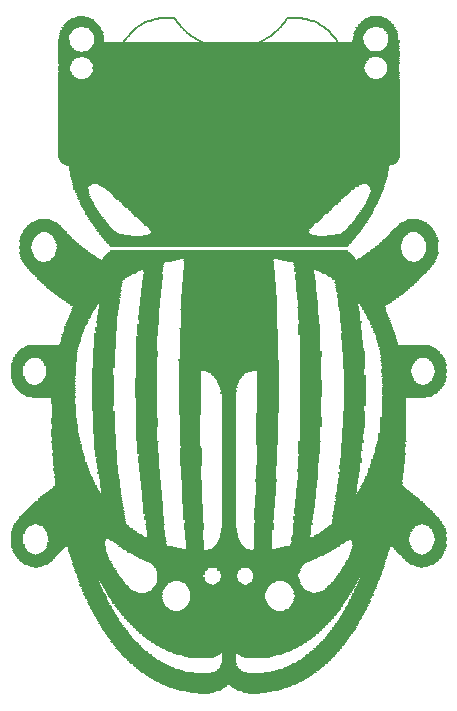
<source format=gto>
G75*
G70*
%OFA0B0*%
%FSLAX24Y24*%
%IPPOS*%
%LPD*%
%AMOC8*
5,1,8,0,0,1.08239X$1,22.5*
%
%ADD10C,0.0070*%
%ADD11R,0.0401X0.0025*%
%ADD12R,0.0399X0.0025*%
%ADD13R,0.0800X0.0025*%
%ADD14R,0.1024X0.0025*%
%ADD15R,0.1026X0.0025*%
%ADD16R,0.1226X0.0025*%
%ADD17R,0.1224X0.0025*%
%ADD18R,0.1376X0.0025*%
%ADD19R,0.1374X0.0025*%
%ADD20R,0.1526X0.0025*%
%ADD21R,0.1524X0.0025*%
%ADD22R,0.1650X0.0025*%
%ADD23R,0.1801X0.0025*%
%ADD24R,0.1800X0.0025*%
%ADD25R,0.1875X0.0025*%
%ADD26R,0.1876X0.0025*%
%ADD27R,0.1975X0.0025*%
%ADD28R,0.2050X0.0025*%
%ADD29R,0.2176X0.0025*%
%ADD30R,0.2174X0.0025*%
%ADD31R,0.4475X0.0025*%
%ADD32R,0.4574X0.0025*%
%ADD33R,0.4674X0.0025*%
%ADD34R,0.4774X0.0025*%
%ADD35R,0.4875X0.0025*%
%ADD36R,0.4975X0.0025*%
%ADD37R,0.5075X0.0025*%
%ADD38R,0.5176X0.0025*%
%ADD39R,0.5226X0.0025*%
%ADD40R,0.5326X0.0025*%
%ADD41R,0.5376X0.0025*%
%ADD42R,0.5476X0.0025*%
%ADD43R,0.5525X0.0025*%
%ADD44R,0.5625X0.0025*%
%ADD45R,0.5675X0.0025*%
%ADD46R,0.1725X0.0025*%
%ADD47R,0.1175X0.0025*%
%ADD48R,0.1724X0.0025*%
%ADD49R,0.1575X0.0025*%
%ADD50R,0.1025X0.0025*%
%ADD51R,0.1500X0.0025*%
%ADD52R,0.0925X0.0025*%
%ADD53R,0.1450X0.0025*%
%ADD54R,0.0825X0.0025*%
%ADD55R,0.1449X0.0025*%
%ADD56R,0.1375X0.0025*%
%ADD57R,0.0775X0.0025*%
%ADD58R,0.1324X0.0025*%
%ADD59R,0.0725X0.0025*%
%ADD60R,0.1326X0.0025*%
%ADD61R,0.1300X0.0025*%
%ADD62R,0.0675X0.0025*%
%ADD63R,0.1299X0.0025*%
%ADD64R,0.1275X0.0025*%
%ADD65R,0.0625X0.0025*%
%ADD66R,0.1225X0.0025*%
%ADD67R,0.1200X0.0025*%
%ADD68R,0.0575X0.0025*%
%ADD69R,0.1176X0.0025*%
%ADD70R,0.0549X0.0025*%
%ADD71R,0.1174X0.0025*%
%ADD72R,0.1151X0.0025*%
%ADD73R,0.0525X0.0025*%
%ADD74R,0.1150X0.0025*%
%ADD75R,0.1126X0.0025*%
%ADD76R,0.0475X0.0025*%
%ADD77R,0.1124X0.0025*%
%ADD78R,0.1101X0.0025*%
%ADD79R,0.1099X0.0025*%
%ADD80R,0.1076X0.0025*%
%ADD81R,0.1075X0.0025*%
%ADD82R,0.1051X0.0025*%
%ADD83R,0.1050X0.0025*%
%ADD84R,0.1000X0.0025*%
%ADD85R,0.0626X0.0025*%
%ADD86R,0.0876X0.0025*%
%ADD87R,0.0875X0.0025*%
%ADD88R,0.0999X0.0025*%
%ADD89R,0.0975X0.0025*%
%ADD90R,0.1074X0.0025*%
%ADD91R,0.0974X0.0025*%
%ADD92R,0.1350X0.0025*%
%ADD93R,0.0949X0.0025*%
%ADD94R,0.1476X0.0025*%
%ADD95R,0.1474X0.0025*%
%ADD96R,0.0924X0.0025*%
%ADD97R,0.1574X0.0025*%
%ADD98R,0.1576X0.0025*%
%ADD99R,0.3825X0.0025*%
%ADD100R,0.3925X0.0025*%
%ADD101R,0.0926X0.0025*%
%ADD102R,0.0899X0.0025*%
%ADD103R,0.4075X0.0025*%
%ADD104R,0.0900X0.0025*%
%ADD105R,0.4175X0.0025*%
%ADD106R,0.0901X0.0025*%
%ADD107R,0.4275X0.0025*%
%ADD108R,0.4375X0.0025*%
%ADD109R,0.0874X0.0025*%
%ADD110R,0.4925X0.0025*%
%ADD111R,0.0851X0.0025*%
%ADD112R,0.5025X0.0025*%
%ADD113R,0.0850X0.0025*%
%ADD114R,0.0826X0.0025*%
%ADD115R,0.5574X0.0025*%
%ADD116R,0.0799X0.0025*%
%ADD117R,0.0824X0.0025*%
%ADD118R,0.5724X0.0025*%
%ADD119R,0.5774X0.0025*%
%ADD120R,0.5825X0.0025*%
%ADD121R,0.0801X0.0025*%
%ADD122R,0.5924X0.0025*%
%ADD123R,0.0774X0.0025*%
%ADD124R,0.5974X0.0025*%
%ADD125R,0.6025X0.0025*%
%ADD126R,0.6075X0.0025*%
%ADD127R,0.6124X0.0025*%
%ADD128R,0.0776X0.0025*%
%ADD129R,0.6174X0.0025*%
%ADD130R,0.6225X0.0025*%
%ADD131R,0.6275X0.0025*%
%ADD132R,0.6325X0.0025*%
%ADD133R,0.6375X0.0025*%
%ADD134R,0.0750X0.0025*%
%ADD135R,0.6426X0.0025*%
%ADD136R,0.0751X0.0025*%
%ADD137R,0.6476X0.0025*%
%ADD138R,0.6526X0.0025*%
%ADD139R,0.6575X0.0025*%
%ADD140R,0.0749X0.0025*%
%ADD141R,0.6625X0.0025*%
%ADD142R,0.6676X0.0025*%
%ADD143R,0.6726X0.0025*%
%ADD144R,0.6775X0.0025*%
%ADD145R,0.6824X0.0025*%
%ADD146R,0.6875X0.0025*%
%ADD147R,0.6925X0.0025*%
%ADD148R,0.6974X0.0025*%
%ADD149R,0.0726X0.0025*%
%ADD150R,0.7024X0.0025*%
%ADD151R,0.7075X0.0025*%
%ADD152R,0.7125X0.0025*%
%ADD153R,0.7174X0.0025*%
%ADD154R,0.7224X0.0025*%
%ADD155R,0.7275X0.0025*%
%ADD156R,0.7325X0.0025*%
%ADD157R,0.1825X0.0025*%
%ADD158R,0.3175X0.0025*%
%ADD159R,0.1850X0.0025*%
%ADD160R,0.1749X0.0025*%
%ADD161R,0.3075X0.0025*%
%ADD162R,0.2975X0.0025*%
%ADD163R,0.1774X0.0025*%
%ADD164R,0.2901X0.0025*%
%ADD165R,0.1750X0.0025*%
%ADD166R,0.2849X0.0025*%
%ADD167R,0.1700X0.0025*%
%ADD168R,0.2801X0.0025*%
%ADD169R,0.1726X0.0025*%
%ADD170R,0.1699X0.0025*%
%ADD171R,0.2750X0.0025*%
%ADD172R,0.2701X0.0025*%
%ADD173R,0.0724X0.0025*%
%ADD174R,0.0700X0.0025*%
%ADD175R,0.1674X0.0025*%
%ADD176R,0.2676X0.0025*%
%ADD177R,0.0699X0.0025*%
%ADD178R,0.2650X0.0025*%
%ADD179R,0.1701X0.0025*%
%ADD180R,0.2600X0.0025*%
%ADD181R,0.2575X0.0025*%
%ADD182R,0.1751X0.0025*%
%ADD183R,0.0701X0.0025*%
%ADD184R,0.2550X0.0025*%
%ADD185R,0.2525X0.0025*%
%ADD186R,0.1775X0.0025*%
%ADD187R,0.2500X0.0025*%
%ADD188R,0.1776X0.0025*%
%ADD189R,0.1826X0.0025*%
%ADD190R,0.1900X0.0025*%
%ADD191R,0.0676X0.0025*%
%ADD192R,0.0551X0.0025*%
%ADD193R,0.0624X0.0025*%
%ADD194R,0.0674X0.0025*%
%ADD195R,0.0476X0.0025*%
%ADD196R,0.0950X0.0025*%
%ADD197R,0.0450X0.0025*%
%ADD198R,0.0425X0.0025*%
%ADD199R,0.0451X0.0025*%
%ADD200R,0.0400X0.0025*%
%ADD201R,0.0426X0.0025*%
%ADD202R,0.0375X0.0025*%
%ADD203R,0.0374X0.0025*%
%ADD204R,0.0376X0.0025*%
%ADD205R,0.0849X0.0025*%
%ADD206R,0.0424X0.0025*%
%ADD207R,0.0449X0.0025*%
%ADD208R,0.0474X0.0025*%
%ADD209R,0.0499X0.0025*%
%ADD210R,0.0550X0.0025*%
%ADD211R,0.1599X0.0025*%
%ADD212R,0.1475X0.0025*%
%ADD213R,0.1550X0.0025*%
%ADD214R,0.1549X0.0025*%
%ADD215R,0.1425X0.0025*%
%ADD216R,0.1426X0.0025*%
%ADD217R,0.1401X0.0025*%
%ADD218R,0.1624X0.0025*%
%ADD219R,0.1600X0.0025*%
%ADD220R,0.1649X0.0025*%
%ADD221R,0.1400X0.0025*%
%ADD222R,0.1351X0.0025*%
%ADD223R,0.1399X0.0025*%
%ADD224R,0.0101X0.0025*%
%ADD225R,0.0100X0.0025*%
%ADD226R,0.1349X0.0025*%
%ADD227R,0.1325X0.0025*%
%ADD228R,0.5151X0.0025*%
%ADD229R,0.5251X0.0025*%
%ADD230R,0.1001X0.0025*%
%ADD231R,0.5351X0.0025*%
%ADD232R,0.5499X0.0025*%
%ADD233R,0.5624X0.0025*%
%ADD234R,0.5725X0.0025*%
%ADD235R,0.5824X0.0025*%
%ADD236R,0.1199X0.0025*%
%ADD237R,0.1251X0.0025*%
%ADD238R,0.1274X0.0025*%
%ADD239R,0.5925X0.0025*%
%ADD240R,0.1250X0.0025*%
%ADD241R,0.6024X0.0025*%
%ADD242R,0.1301X0.0025*%
%ADD243R,0.6149X0.0025*%
%ADD244R,0.6250X0.0025*%
%ADD245R,0.1249X0.0025*%
%ADD246R,0.1424X0.0025*%
%ADD247R,0.1276X0.0025*%
%ADD248R,0.0600X0.0025*%
%ADD249R,0.0650X0.0025*%
%ADD250R,0.0649X0.0025*%
%ADD251R,0.0599X0.0025*%
%ADD252R,0.6600X0.0025*%
%ADD253R,0.6701X0.0025*%
%ADD254R,0.0500X0.0025*%
%ADD255R,0.0601X0.0025*%
%ADD256R,0.0501X0.0025*%
%ADD257R,0.2675X0.0025*%
%ADD258R,0.2674X0.0025*%
%ADD259R,0.2700X0.0025*%
%ADD260R,0.2699X0.0025*%
%ADD261R,0.2001X0.0025*%
%ADD262R,0.1925X0.0025*%
%ADD263R,0.1625X0.0025*%
%ADD264R,0.1926X0.0025*%
%ADD265R,0.1901X0.0025*%
%ADD266R,0.1675X0.0025*%
%ADD267R,0.1851X0.0025*%
%ADD268R,0.1924X0.0025*%
%ADD269R,0.3250X0.0025*%
%ADD270R,0.3226X0.0025*%
%ADD271R,0.3225X0.0025*%
%ADD272R,0.3176X0.0025*%
%ADD273R,0.3126X0.0025*%
%ADD274R,0.3125X0.0025*%
%ADD275R,0.3101X0.0025*%
%ADD276R,0.3100X0.0025*%
%ADD277R,0.3076X0.0025*%
%ADD278R,0.3025X0.0025*%
%ADD279R,0.2974X0.0025*%
%ADD280R,0.2924X0.0025*%
%ADD281R,0.0651X0.0025*%
%ADD282R,0.2925X0.0025*%
%ADD283R,0.2900X0.0025*%
%ADD284R,0.2899X0.0025*%
%ADD285R,0.2949X0.0025*%
%ADD286R,0.2976X0.0025*%
%ADD287R,0.3701X0.0025*%
%ADD288R,0.3699X0.0025*%
%ADD289R,0.3675X0.0025*%
%ADD290R,0.3650X0.0025*%
%ADD291R,0.3626X0.0025*%
%ADD292R,0.3625X0.0025*%
%ADD293R,0.3600X0.0025*%
%ADD294R,0.3599X0.0025*%
%ADD295R,0.3550X0.0025*%
%ADD296R,0.3526X0.0025*%
%ADD297R,0.3525X0.0025*%
%ADD298R,0.3500X0.0025*%
%ADD299R,0.3476X0.0025*%
%ADD300R,0.3474X0.0025*%
%ADD301R,0.3450X0.0025*%
%ADD302R,0.3401X0.0025*%
%ADD303R,0.3376X0.0025*%
%ADD304R,0.3350X0.0025*%
%ADD305R,0.3325X0.0025*%
%ADD306R,0.3301X0.0025*%
%ADD307R,0.3275X0.0025*%
%ADD308R,0.3276X0.0025*%
%ADD309R,0.3201X0.0025*%
%ADD310R,0.3200X0.0025*%
%ADD311R,0.3150X0.0025*%
%ADD312R,0.3151X0.0025*%
%ADD313R,0.3050X0.0025*%
%ADD314R,0.3000X0.0025*%
%ADD315R,0.2999X0.0025*%
%ADD316R,0.2951X0.0025*%
%ADD317R,0.2950X0.0025*%
%ADD318R,0.2825X0.0025*%
%ADD319R,0.2800X0.0025*%
%ADD320R,0.2776X0.0025*%
%ADD321R,0.2775X0.0025*%
%ADD322R,0.2749X0.0025*%
%ADD323R,0.2725X0.0025*%
%ADD324R,0.2649X0.0025*%
%ADD325R,0.2601X0.0025*%
%ADD326R,0.1799X0.0025*%
%ADD327R,0.1676X0.0025*%
%ADD328R,0.1626X0.0025*%
%ADD329R,0.1525X0.0025*%
%ADD330R,0.1201X0.0025*%
%ADD331R,0.1149X0.0025*%
%ADD332R,0.1125X0.0025*%
%ADD333R,0.1049X0.0025*%
%ADD334R,0.1824X0.0025*%
%ADD335R,0.1849X0.0025*%
%ADD336R,0.1899X0.0025*%
%ADD337R,0.1950X0.0025*%
%ADD338R,0.1974X0.0025*%
%ADD339R,0.1999X0.0025*%
%ADD340R,0.2000X0.0025*%
%ADD341R,0.2025X0.0025*%
%ADD342R,0.2024X0.0025*%
%ADD343R,0.2049X0.0025*%
%ADD344R,0.0576X0.0025*%
%ADD345R,0.0526X0.0025*%
%ADD346R,0.1100X0.0025*%
%ADD347R,0.2100X0.0025*%
%ADD348R,0.2076X0.0025*%
%ADD349R,0.2075X0.0025*%
%ADD350R,0.2051X0.0025*%
%ADD351R,0.2026X0.0025*%
%ADD352R,0.1951X0.0025*%
%ADD353R,0.1651X0.0025*%
%ADD354R,0.3249X0.0025*%
%ADD355R,0.1949X0.0025*%
%ADD356R,0.2126X0.0025*%
%ADD357R,0.2151X0.0025*%
%ADD358R,0.3149X0.0025*%
%ADD359R,0.2175X0.0025*%
%ADD360R,0.2225X0.0025*%
%ADD361R,0.2226X0.0025*%
%ADD362R,0.2275X0.0025*%
%ADD363R,0.2276X0.0025*%
%ADD364R,0.2300X0.0025*%
%ADD365R,0.2325X0.0025*%
%ADD366R,0.2375X0.0025*%
%ADD367R,0.2376X0.0025*%
%ADD368R,0.2400X0.0025*%
%ADD369R,0.2426X0.0025*%
%ADD370R,0.2425X0.0025*%
%ADD371R,0.2451X0.0025*%
%ADD372R,0.2524X0.0025*%
%ADD373R,0.2626X0.0025*%
%ADD374R,0.2625X0.0025*%
%ADD375R,0.2774X0.0025*%
%ADD376R,0.2826X0.0025*%
%ADD377R,0.3024X0.0025*%
%ADD378R,0.3099X0.0025*%
%ADD379R,0.3300X0.0025*%
%ADD380R,0.3299X0.0025*%
%ADD381R,0.3375X0.0025*%
%ADD382R,0.3374X0.0025*%
%ADD383R,0.3676X0.0025*%
%ADD384R,0.3750X0.0025*%
%ADD385R,0.4499X0.0025*%
%ADD386R,0.4501X0.0025*%
%ADD387R,0.4525X0.0025*%
%ADD388R,0.4549X0.0025*%
%ADD389R,0.4550X0.0025*%
%ADD390R,0.4576X0.0025*%
%ADD391R,0.4600X0.0025*%
%ADD392R,0.4601X0.0025*%
%ADD393R,0.4624X0.0025*%
%ADD394R,0.4649X0.0025*%
%ADD395R,0.4675X0.0025*%
%ADD396R,0.4725X0.0025*%
%ADD397R,0.4726X0.0025*%
%ADD398R,0.4049X0.0025*%
%ADD399R,0.4050X0.0025*%
%ADD400R,0.4101X0.0025*%
%ADD401R,0.4099X0.0025*%
%ADD402R,0.4199X0.0025*%
%ADD403R,0.3001X0.0025*%
%ADD404R,0.4201X0.0025*%
%ADD405R,0.2624X0.0025*%
%ADD406R,0.8424X0.0025*%
%ADD407R,0.8399X0.0025*%
%ADD408R,0.8375X0.0025*%
%ADD409R,0.8325X0.0025*%
%ADD410R,0.8274X0.0025*%
%ADD411R,0.8224X0.0025*%
%ADD412R,0.8175X0.0025*%
%ADD413R,0.8125X0.0025*%
%ADD414R,0.8075X0.0025*%
%ADD415R,0.8025X0.0025*%
%ADD416R,0.7951X0.0025*%
%ADD417R,0.7901X0.0025*%
%ADD418R,0.0976X0.0025*%
%ADD419R,0.8000X0.0025*%
%ADD420R,0.8249X0.0025*%
%ADD421R,0.8300X0.0025*%
%ADD422R,0.8350X0.0025*%
%ADD423R,0.8474X0.0025*%
%ADD424R,0.8500X0.0025*%
%ADD425R,0.5800X0.0025*%
%ADD426R,0.0574X0.0025*%
%ADD427R,0.5475X0.0025*%
%ADD428R,0.5375X0.0025*%
%ADD429R,0.5276X0.0025*%
%ADD430R,0.5426X0.0025*%
%ADD431R,0.5576X0.0025*%
%ADD432R,0.5650X0.0025*%
%ADD433R,0.5699X0.0025*%
%ADD434R,0.5749X0.0025*%
%ADD435R,0.5874X0.0025*%
%ADD436R,0.5975X0.0025*%
%ADD437R,0.6074X0.0025*%
%ADD438R,0.6175X0.0025*%
%ADD439R,0.6300X0.0025*%
%ADD440R,0.6349X0.0025*%
%ADD441R,0.6401X0.0025*%
%ADD442R,0.6451X0.0025*%
%ADD443R,0.6525X0.0025*%
%ADD444R,0.6626X0.0025*%
%ADD445R,0.6725X0.0025*%
%ADD446R,0.6826X0.0025*%
%ADD447R,0.6900X0.0025*%
%ADD448R,0.6949X0.0025*%
%ADD449R,0.6999X0.0025*%
%ADD450R,0.7050X0.0025*%
%ADD451R,0.7124X0.0025*%
%ADD452R,0.7225X0.0025*%
%ADD453R,0.7374X0.0025*%
%ADD454R,0.7425X0.0025*%
%ADD455R,0.7500X0.0025*%
%ADD456R,0.7550X0.0025*%
%ADD457R,0.7599X0.0025*%
%ADD458R,0.7650X0.0025*%
%ADD459R,0.7701X0.0025*%
%ADD460R,0.7775X0.0025*%
%ADD461R,0.7826X0.0025*%
%ADD462R,0.7876X0.0025*%
%ADD463R,0.7926X0.0025*%
%ADD464R,0.7975X0.0025*%
%ADD465R,0.8076X0.0025*%
%ADD466R,0.8150X0.0025*%
%ADD467R,0.8199X0.0025*%
%ADD468R,0.8275X0.0025*%
%ADD469R,0.8475X0.0025*%
%ADD470R,0.8574X0.0025*%
%ADD471R,0.8649X0.0025*%
%ADD472R,0.8775X0.0025*%
%ADD473R,1.0425X0.0025*%
%ADD474R,1.0475X0.0025*%
%ADD475R,1.0499X0.0025*%
%ADD476R,1.0524X0.0025*%
%ADD477R,1.0549X0.0025*%
%ADD478R,1.0574X0.0025*%
%ADD479R,1.0600X0.0025*%
%ADD480R,1.0625X0.0025*%
%ADD481R,1.0675X0.0025*%
%ADD482R,1.0699X0.0025*%
%ADD483R,1.0724X0.0025*%
%ADD484R,1.0800X0.0025*%
%ADD485R,1.1025X0.0025*%
%ADD486R,1.1124X0.0025*%
%ADD487R,1.1174X0.0025*%
%ADD488R,1.1225X0.0025*%
%ADD489R,1.1275X0.0025*%
%ADD490R,1.1325X0.0025*%
%ADD491R,1.1375X0.0025*%
%ADD492R,0.9601X0.0025*%
%ADD493R,0.9474X0.0025*%
%ADD494R,0.9376X0.0025*%
%ADD495R,0.9325X0.0025*%
%ADD496R,0.9275X0.0025*%
%ADD497R,0.9226X0.0025*%
%ADD498R,0.9176X0.0025*%
%ADD499R,0.9126X0.0025*%
%ADD500R,0.9075X0.0025*%
%ADD501R,0.9051X0.0025*%
%ADD502R,0.9201X0.0025*%
%ADD503R,0.9400X0.0025*%
%ADD504R,0.9500X0.0025*%
%ADD505R,0.9551X0.0025*%
%ADD506R,0.9425X0.0025*%
%ADD507R,0.9351X0.0025*%
%ADD508R,0.9050X0.0025*%
%ADD509R,0.9026X0.0025*%
%ADD510R,0.0351X0.0025*%
%ADD511R,0.0350X0.0025*%
%ADD512R,0.0325X0.0025*%
%ADD513R,0.0326X0.0025*%
%ADD514R,0.0299X0.0025*%
%ADD515C,0.0063*%
%ADD516C,0.0050*%
D10*
X008774Y013510D02*
X009061Y013510D01*
X009132Y013582D01*
X009132Y013725D01*
X009061Y013797D01*
X008774Y013797D01*
X008702Y013725D01*
X008702Y013582D01*
X008774Y013510D01*
X008702Y013970D02*
X008702Y014257D01*
X008702Y014431D02*
X008702Y014718D01*
X008917Y014574D02*
X008917Y014431D01*
X009132Y014431D02*
X008702Y014431D01*
X008917Y014114D02*
X008917Y013970D01*
X009132Y013970D02*
X008702Y013970D01*
X008206Y023041D02*
X008206Y023471D01*
X008349Y023471D02*
X008062Y023471D01*
X007889Y023471D02*
X007602Y023471D01*
X007745Y023471D02*
X007745Y023041D01*
X007428Y023041D02*
X007428Y023328D01*
X007285Y023471D01*
X007141Y023328D01*
X007141Y023041D01*
X006968Y023113D02*
X006896Y023041D01*
X006681Y023041D01*
X006681Y023471D01*
X006896Y023471D01*
X006968Y023399D01*
X006968Y023328D01*
X006896Y023256D01*
X006681Y023256D01*
X006896Y023256D02*
X006968Y023184D01*
X006968Y023113D01*
X007141Y023256D02*
X007428Y023256D01*
D11*
X003163Y024468D03*
X003138Y024493D03*
X002088Y024043D03*
X002088Y024018D03*
X002088Y023993D03*
X002088Y023293D03*
X002088Y023268D03*
X002088Y023243D03*
X002088Y023218D03*
X002088Y023193D03*
X002088Y023168D03*
X002088Y023143D03*
X000788Y017293D03*
X000788Y017268D03*
X000788Y017243D03*
X000788Y017218D03*
X001138Y006618D03*
X006738Y002393D03*
X012313Y018693D03*
X012413Y018893D03*
X012413Y018918D03*
X011988Y024493D03*
D12*
X012963Y024493D03*
X012338Y018743D03*
X012338Y018718D03*
X014638Y013168D03*
X014638Y013143D03*
X014638Y013118D03*
X014638Y013093D03*
X014638Y013068D03*
X014638Y007568D03*
X014638Y007543D03*
X014638Y007518D03*
X014638Y007493D03*
X014638Y007468D03*
X014013Y006618D03*
X009763Y006043D03*
X008413Y002393D03*
X005338Y006018D03*
D13*
X003937Y004268D03*
X003962Y004243D03*
X003713Y006068D03*
X003688Y006093D03*
X003688Y006118D03*
X003663Y006143D03*
X006688Y002418D03*
X008463Y002418D03*
X011238Y004318D03*
X011287Y004368D03*
X011338Y004443D03*
X011487Y006168D03*
X012913Y017318D03*
D14*
X013175Y013293D03*
X013175Y013268D03*
X013175Y013243D03*
X013175Y013218D03*
X013175Y013043D03*
X013175Y013018D03*
X013175Y012993D03*
X013175Y012968D03*
X006650Y002443D03*
X001950Y012893D03*
X001950Y012918D03*
X001950Y012943D03*
X001975Y012968D03*
X001975Y012993D03*
X001975Y013018D03*
X001975Y013043D03*
X001975Y013218D03*
X001975Y013243D03*
X001975Y013268D03*
X001975Y013293D03*
X003825Y017643D03*
D15*
X008500Y002443D03*
D16*
X008550Y003643D03*
X006625Y002468D03*
X013250Y013518D03*
D17*
X006600Y003643D03*
X008525Y002468D03*
X002375Y009643D03*
X002375Y009668D03*
X002375Y009693D03*
X002350Y009743D03*
D18*
X002475Y009318D03*
X002475Y009293D03*
X003100Y006543D03*
X003125Y006493D03*
X003150Y006443D03*
X006600Y002493D03*
X012075Y006618D03*
D19*
X012050Y006568D03*
X012675Y009293D03*
X012675Y009318D03*
X008550Y002493D03*
X001150Y006968D03*
X001425Y017818D03*
D20*
X011850Y006193D03*
X006575Y002518D03*
D21*
X008575Y002518D03*
X009150Y006243D03*
X012700Y009218D03*
D22*
X012737Y009143D03*
X013513Y012293D03*
X008588Y002543D03*
X006563Y002543D03*
X005988Y006468D03*
D23*
X004463Y005643D03*
X004463Y005618D03*
X006538Y002568D03*
X010663Y005593D03*
X003038Y015443D03*
X001688Y013943D03*
D24*
X002388Y009068D03*
X008613Y002568D03*
X010363Y005168D03*
X010638Y005543D03*
X010313Y007268D03*
X009088Y006568D03*
X013588Y012368D03*
X013463Y013943D03*
X012113Y015443D03*
D25*
X012150Y015493D03*
X013525Y013893D03*
X013625Y012443D03*
X012775Y009043D03*
X006525Y002593D03*
X002375Y009043D03*
X001525Y012443D03*
X003000Y015493D03*
D26*
X001625Y013893D03*
X002500Y007443D03*
X008625Y002593D03*
X010700Y005693D03*
D27*
X008650Y002618D03*
X006500Y002618D03*
X005000Y007218D03*
X001550Y013793D03*
X013600Y013793D03*
X013675Y012543D03*
D28*
X008663Y002643D03*
X006488Y002643D03*
X001488Y013668D03*
X002938Y015593D03*
D29*
X002875Y015693D03*
X006475Y002668D03*
D30*
X008675Y002668D03*
D31*
X007575Y002693D03*
X007575Y003893D03*
D32*
X007575Y003918D03*
X007575Y002718D03*
X003100Y016618D03*
D33*
X012075Y016693D03*
X012075Y016718D03*
X007575Y003943D03*
X007575Y002743D03*
D34*
X007575Y002768D03*
X007575Y003968D03*
D35*
X007575Y003993D03*
X007575Y002793D03*
D36*
X007575Y002818D03*
X007550Y006643D03*
D37*
X007550Y006693D03*
X007575Y004068D03*
X007575Y002843D03*
D38*
X007575Y002868D03*
X007575Y004093D03*
D39*
X007575Y004118D03*
X007575Y002893D03*
D40*
X007575Y002918D03*
X007575Y004143D03*
X007600Y017718D03*
X007600Y017818D03*
D41*
X007575Y004168D03*
X007575Y002943D03*
D42*
X007575Y002968D03*
X007575Y004193D03*
D43*
X007575Y004218D03*
X007575Y002993D03*
X007600Y017943D03*
D44*
X007575Y003018D03*
D45*
X007575Y003043D03*
X007575Y004268D03*
D46*
X006000Y006518D03*
X004700Y005218D03*
X004525Y005468D03*
X005550Y003068D03*
X009125Y006543D03*
X010400Y007293D03*
X010550Y005368D03*
X010525Y005343D03*
X010525Y005318D03*
X010500Y005293D03*
X003075Y015393D03*
D47*
X001925Y013468D03*
X007575Y003068D03*
X011075Y005743D03*
X012475Y024668D03*
D48*
X012075Y015393D03*
X013425Y013968D03*
X009600Y003068D03*
X004725Y005193D03*
X004675Y005243D03*
D49*
X005975Y006193D03*
X005975Y006218D03*
X005975Y006243D03*
X005975Y006343D03*
X005975Y006368D03*
X005975Y006393D03*
X005450Y003093D03*
X009700Y003093D03*
X012725Y009193D03*
X013475Y012268D03*
X002425Y009193D03*
D50*
X002200Y010418D03*
X002200Y010443D03*
X002200Y010468D03*
X002200Y010493D03*
X004650Y003543D03*
X004675Y003518D03*
X007575Y003093D03*
X007575Y006018D03*
X007575Y007268D03*
X010475Y003518D03*
X010500Y003543D03*
X011175Y005793D03*
X012950Y010418D03*
X012950Y010443D03*
X012950Y010468D03*
X012950Y010493D03*
X013200Y012893D03*
X013200Y012918D03*
X012475Y024743D03*
D51*
X009162Y006343D03*
X009162Y006318D03*
X009162Y006293D03*
X009162Y006268D03*
X009763Y003118D03*
X005388Y003118D03*
D52*
X007575Y003118D03*
X007575Y007318D03*
X010775Y003793D03*
X011275Y005893D03*
X011300Y005918D03*
X012850Y017218D03*
X013725Y018043D03*
X012475Y024793D03*
X002750Y015343D03*
X002300Y017218D03*
X002125Y011043D03*
X002125Y011018D03*
X002125Y010993D03*
X002125Y010968D03*
X002125Y010943D03*
D53*
X002463Y009268D03*
X003263Y006243D03*
X005313Y003143D03*
X011912Y006318D03*
X011938Y006343D03*
X011963Y006393D03*
X012688Y009268D03*
X013413Y012243D03*
X013713Y017768D03*
X001437Y017768D03*
D54*
X002775Y015293D03*
X007575Y007368D03*
X007575Y006543D03*
X006425Y006093D03*
X007575Y003143D03*
X011100Y004143D03*
X011125Y004168D03*
X011150Y004193D03*
X011175Y004218D03*
X011225Y004293D03*
X011450Y006118D03*
X011475Y006143D03*
X012375Y015293D03*
X012900Y017293D03*
X012475Y024843D03*
X003725Y006043D03*
X003750Y006018D03*
X003975Y004218D03*
D55*
X009838Y003143D03*
X001738Y012243D03*
D56*
X005250Y003168D03*
X009900Y003168D03*
X012025Y006518D03*
X014000Y006968D03*
X013725Y017818D03*
D57*
X012375Y015268D03*
X012425Y015168D03*
X007575Y007418D03*
X007575Y007393D03*
X007575Y006518D03*
X007575Y006068D03*
X008625Y006043D03*
X007575Y003168D03*
X003775Y004493D03*
X003750Y004518D03*
X003750Y004543D03*
X003725Y004568D03*
X003700Y004593D03*
X003675Y004643D03*
X003625Y004718D03*
X003650Y006168D03*
X003625Y006218D03*
X002775Y015268D03*
X003675Y017668D03*
D58*
X001425Y017843D03*
X001150Y006943D03*
X003000Y006768D03*
X003025Y006718D03*
X003025Y006693D03*
X003050Y006668D03*
X003050Y006643D03*
X005200Y003193D03*
X012700Y009393D03*
X012700Y009418D03*
D59*
X011675Y010493D03*
X011700Y010743D03*
X011700Y010768D03*
X011700Y010793D03*
X011700Y010818D03*
X011725Y011043D03*
X011725Y011068D03*
X011725Y011093D03*
X011725Y011118D03*
X011725Y011143D03*
X011725Y011168D03*
X011725Y011193D03*
X011725Y011218D03*
X011750Y011418D03*
X011750Y011443D03*
X011750Y011468D03*
X011750Y011493D03*
X011750Y011518D03*
X011750Y011543D03*
X011750Y011568D03*
X011750Y011593D03*
X011750Y011618D03*
X011750Y011643D03*
X011750Y011668D03*
X011750Y011693D03*
X011750Y011718D03*
X011750Y011743D03*
X011750Y011768D03*
X011750Y011793D03*
X011775Y011993D03*
X011775Y012018D03*
X011775Y012043D03*
X011775Y012068D03*
X011775Y012093D03*
X011775Y012118D03*
X011775Y012143D03*
X011775Y012168D03*
X011775Y012193D03*
X011775Y012218D03*
X011775Y012243D03*
X011775Y012268D03*
X011775Y012293D03*
X011775Y012318D03*
X011775Y012343D03*
X011775Y012368D03*
X011775Y012393D03*
X011775Y012418D03*
X011775Y012443D03*
X011775Y012468D03*
X011775Y012493D03*
X011775Y012518D03*
X011775Y012543D03*
X011775Y012568D03*
X011775Y012593D03*
X011775Y012618D03*
X011775Y012643D03*
X011775Y012668D03*
X011775Y012693D03*
X011775Y012718D03*
X011775Y012743D03*
X011775Y012768D03*
X011775Y012793D03*
X011775Y012818D03*
X011775Y012843D03*
X011775Y012868D03*
X011775Y012893D03*
X011775Y012918D03*
X011775Y012943D03*
X011775Y012968D03*
X011750Y013218D03*
X011750Y013243D03*
X011750Y013268D03*
X011750Y013293D03*
X011750Y013318D03*
X011750Y013343D03*
X011750Y013368D03*
X011750Y013393D03*
X011750Y013418D03*
X011750Y013443D03*
X011750Y013468D03*
X011750Y013493D03*
X011750Y013518D03*
X011725Y013793D03*
X011725Y013818D03*
X011725Y013843D03*
X011725Y013868D03*
X012525Y014968D03*
X012525Y014993D03*
X012550Y014918D03*
X012575Y014868D03*
X012600Y014818D03*
X012475Y015068D03*
X012450Y015118D03*
X012950Y017368D03*
X012975Y017393D03*
X008875Y013118D03*
X008875Y013093D03*
X008875Y013068D03*
X008875Y013043D03*
X008875Y013018D03*
X008875Y012993D03*
X008875Y012968D03*
X008875Y012943D03*
X008875Y012918D03*
X008875Y012893D03*
X008875Y012868D03*
X008875Y012843D03*
X008875Y012818D03*
X008875Y012793D03*
X008875Y012768D03*
X008875Y012743D03*
X008875Y012718D03*
X008875Y012693D03*
X008875Y012668D03*
X008875Y012643D03*
X008875Y012618D03*
X008875Y012593D03*
X008875Y012568D03*
X008875Y012543D03*
X008875Y012518D03*
X008875Y012493D03*
X008875Y012468D03*
X008875Y012443D03*
X008875Y012418D03*
X008875Y012393D03*
X008875Y012368D03*
X008875Y012343D03*
X008875Y012318D03*
X008875Y012293D03*
X008875Y012268D03*
X008875Y012243D03*
X008875Y012218D03*
X008875Y012193D03*
X008875Y012168D03*
X008875Y012143D03*
X008875Y012118D03*
X008875Y012093D03*
X008875Y012068D03*
X008875Y012043D03*
X008875Y012018D03*
X008875Y011993D03*
X008875Y011968D03*
X008875Y011943D03*
X008875Y011918D03*
X008875Y011893D03*
X008875Y011868D03*
X008875Y011843D03*
X008875Y011818D03*
X008875Y011793D03*
X008875Y011768D03*
X008875Y011743D03*
X010275Y010793D03*
X007575Y007468D03*
X007575Y007443D03*
X007575Y006093D03*
X007575Y003193D03*
X011650Y004918D03*
X011675Y004968D03*
X011700Y005018D03*
X011725Y005043D03*
X011750Y005093D03*
X011775Y005143D03*
X011800Y005168D03*
X011800Y005193D03*
X011825Y005218D03*
X011825Y005243D03*
X011850Y005268D03*
X011850Y005293D03*
X011900Y005368D03*
X011925Y005418D03*
X013625Y007018D03*
X006275Y011693D03*
X006275Y011718D03*
X006275Y011743D03*
X006275Y011768D03*
X006275Y011793D03*
X006275Y011818D03*
X006275Y011843D03*
X006275Y011868D03*
X006275Y011893D03*
X006275Y011918D03*
X006275Y011943D03*
X006275Y011968D03*
X006275Y011993D03*
X006275Y012018D03*
X006275Y012043D03*
X006275Y012068D03*
X006275Y012093D03*
X006275Y012118D03*
X006275Y012143D03*
X006275Y012168D03*
X006275Y012193D03*
X006275Y012218D03*
X006275Y012243D03*
X006275Y012268D03*
X006275Y012293D03*
X006275Y012318D03*
X006275Y012343D03*
X006275Y012368D03*
X006275Y012393D03*
X006275Y012418D03*
X006275Y012443D03*
X006275Y012468D03*
X006275Y012493D03*
X006275Y012518D03*
X006275Y012543D03*
X006275Y012568D03*
X006275Y012593D03*
X006275Y012618D03*
X006275Y012643D03*
X006275Y012668D03*
X006275Y012693D03*
X006275Y012718D03*
X006275Y012743D03*
X006275Y012768D03*
X006275Y012793D03*
X006275Y012818D03*
X006275Y012843D03*
X006275Y012868D03*
X006275Y012893D03*
X006275Y012918D03*
X006275Y012943D03*
X006275Y012968D03*
X006275Y012993D03*
X006275Y013018D03*
X006275Y013043D03*
X006275Y013068D03*
X006275Y013093D03*
X006275Y013118D03*
X004825Y012868D03*
X004825Y012843D03*
X004825Y012818D03*
X004825Y012793D03*
X004825Y012768D03*
X004825Y012743D03*
X004825Y012718D03*
X004825Y012693D03*
X004825Y012668D03*
X004825Y012643D03*
X004825Y012618D03*
X004825Y012593D03*
X004825Y012568D03*
X004825Y012543D03*
X004825Y012518D03*
X004825Y012493D03*
X004825Y012468D03*
X004825Y012443D03*
X004825Y012418D03*
X004825Y012393D03*
X004825Y012368D03*
X004825Y012343D03*
X004825Y012318D03*
X004825Y012293D03*
X004825Y012268D03*
X004825Y012243D03*
X004850Y011543D03*
X004850Y011518D03*
X004850Y011493D03*
X004850Y011468D03*
X004850Y011443D03*
X004850Y011418D03*
X004850Y011393D03*
X004850Y011368D03*
X004850Y011343D03*
X004850Y011318D03*
X004850Y011293D03*
X004875Y010793D03*
X003375Y011968D03*
X003375Y011993D03*
X003375Y012018D03*
X003375Y012043D03*
X003375Y012068D03*
X003375Y012093D03*
X003375Y012118D03*
X003375Y012143D03*
X003375Y012168D03*
X003375Y012193D03*
X003375Y012218D03*
X003375Y012243D03*
X003375Y012268D03*
X003375Y012293D03*
X003375Y012318D03*
X003375Y012343D03*
X003375Y012368D03*
X003375Y012393D03*
X003375Y012418D03*
X003375Y012443D03*
X003375Y012468D03*
X003375Y012493D03*
X003375Y012518D03*
X003375Y012543D03*
X003375Y012568D03*
X003375Y012593D03*
X003375Y012618D03*
X003375Y012643D03*
X003375Y012668D03*
X003375Y012693D03*
X003375Y012718D03*
X003375Y012743D03*
X003375Y012768D03*
X003375Y012793D03*
X003375Y012818D03*
X003375Y012843D03*
X003375Y012868D03*
X003375Y012893D03*
X003375Y012918D03*
X003375Y012943D03*
X003375Y012968D03*
X004850Y013618D03*
X004850Y013643D03*
X004850Y013668D03*
X004850Y013693D03*
X004850Y013718D03*
X004850Y013743D03*
X004850Y013768D03*
X004850Y013793D03*
X002550Y014818D03*
X003250Y005368D03*
X003275Y005318D03*
X003300Y005293D03*
X003300Y005268D03*
X003325Y005243D03*
X003325Y005218D03*
X003350Y005193D03*
X003350Y005168D03*
X003375Y005143D03*
X012475Y024868D03*
D60*
X013300Y013568D03*
X012150Y006768D03*
X009950Y003193D03*
D61*
X012163Y006793D03*
X012163Y006818D03*
X012738Y009518D03*
X012738Y016993D03*
X005138Y003218D03*
X002437Y009443D03*
X002437Y009468D03*
D62*
X003550Y009768D03*
X003550Y009793D03*
X003550Y009818D03*
X003550Y009843D03*
X003550Y009868D03*
X003525Y009993D03*
X003525Y010018D03*
X003525Y010043D03*
X003500Y010243D03*
X003575Y009693D03*
X003575Y009668D03*
X003575Y009643D03*
X003575Y009618D03*
X003575Y009593D03*
X003575Y009568D03*
X003575Y009543D03*
X003600Y009518D03*
X003600Y009493D03*
X003600Y009468D03*
X003600Y009443D03*
X003600Y009418D03*
X003600Y009393D03*
X003625Y009318D03*
X003625Y009293D03*
X003625Y009268D03*
X003625Y009243D03*
X003650Y009143D03*
X003650Y009118D03*
X003650Y009093D03*
X004975Y009243D03*
X004975Y009268D03*
X004975Y009293D03*
X004975Y009318D03*
X004975Y009343D03*
X004975Y009368D03*
X004975Y009393D03*
X004975Y009418D03*
X004975Y009443D03*
X004975Y009468D03*
X004950Y009493D03*
X004950Y009518D03*
X004950Y009543D03*
X004950Y009568D03*
X004950Y009593D03*
X004950Y009618D03*
X004950Y009643D03*
X004950Y009668D03*
X004950Y009693D03*
X004950Y009718D03*
X004950Y009743D03*
X004925Y009868D03*
X004925Y009893D03*
X004925Y009918D03*
X004925Y009943D03*
X004925Y009968D03*
X004925Y009993D03*
X004925Y010018D03*
X004925Y010043D03*
X004900Y010293D03*
X004900Y010318D03*
X004900Y010343D03*
X004900Y010368D03*
X005025Y008843D03*
X005025Y008818D03*
X005025Y008793D03*
X006350Y008993D03*
X006350Y009018D03*
X006350Y009043D03*
X006350Y009068D03*
X006350Y009093D03*
X006350Y009118D03*
X006350Y009143D03*
X006350Y009168D03*
X006350Y009193D03*
X006350Y009218D03*
X006350Y009243D03*
X006350Y009268D03*
X006350Y009293D03*
X006350Y009318D03*
X006350Y009343D03*
X006350Y009368D03*
X006350Y009393D03*
X006350Y009418D03*
X006325Y009518D03*
X006325Y009543D03*
X006325Y009568D03*
X006325Y009593D03*
X006325Y009618D03*
X006325Y009643D03*
X006325Y009668D03*
X006325Y009693D03*
X006325Y009718D03*
X006325Y009743D03*
X006325Y009768D03*
X006325Y009793D03*
X006325Y009818D03*
X006325Y009843D03*
X006325Y009868D03*
X006325Y009893D03*
X006325Y009918D03*
X006325Y009943D03*
X006325Y009968D03*
X006300Y010568D03*
X006300Y010593D03*
X006300Y010618D03*
X006375Y008693D03*
X006375Y008668D03*
X006375Y008643D03*
X006375Y008618D03*
X006375Y008593D03*
X006375Y008568D03*
X007575Y007543D03*
X007575Y007518D03*
X007575Y007493D03*
X007575Y006468D03*
X007575Y006118D03*
X008775Y008568D03*
X008775Y008593D03*
X008775Y008618D03*
X008775Y008643D03*
X008775Y008668D03*
X008775Y008693D03*
X008775Y008718D03*
X008800Y008993D03*
X008800Y009018D03*
X008800Y009043D03*
X008800Y009068D03*
X008800Y009093D03*
X008800Y009118D03*
X008800Y009143D03*
X008800Y009168D03*
X008800Y009193D03*
X008800Y009218D03*
X008800Y009243D03*
X008800Y009268D03*
X008800Y009293D03*
X008800Y009318D03*
X008800Y009343D03*
X008800Y009368D03*
X008800Y009393D03*
X008800Y009418D03*
X008825Y009543D03*
X008825Y009568D03*
X008825Y009593D03*
X008825Y009618D03*
X008825Y009643D03*
X008825Y009668D03*
X008825Y009693D03*
X008825Y009718D03*
X008825Y009743D03*
X008825Y009768D03*
X008825Y009793D03*
X008825Y009818D03*
X008825Y009843D03*
X008825Y009868D03*
X008825Y009893D03*
X008825Y009918D03*
X008825Y009943D03*
X008825Y009968D03*
X008850Y010593D03*
X008850Y010618D03*
X008850Y010643D03*
X010200Y009743D03*
X010200Y009718D03*
X010200Y009693D03*
X010200Y009668D03*
X010200Y009643D03*
X010200Y009618D03*
X010200Y009593D03*
X010200Y009568D03*
X010200Y009543D03*
X010200Y009518D03*
X010175Y009468D03*
X010175Y009443D03*
X010175Y009418D03*
X010175Y009393D03*
X010175Y009368D03*
X010175Y009343D03*
X010175Y009318D03*
X010175Y009293D03*
X010175Y009268D03*
X010175Y009243D03*
X011600Y009768D03*
X011600Y009793D03*
X011600Y009818D03*
X011600Y009843D03*
X011600Y009868D03*
X011650Y010243D03*
X011650Y010268D03*
X012850Y014118D03*
X012850Y014143D03*
X012850Y014168D03*
X011650Y014618D03*
X011650Y014643D03*
X011650Y014668D03*
X011650Y014693D03*
X011650Y014718D03*
X011600Y014993D03*
X011600Y015018D03*
X011600Y015043D03*
X011600Y015068D03*
X011600Y015093D03*
X011600Y015118D03*
X010200Y015268D03*
X010200Y015293D03*
X010200Y015318D03*
X010200Y015343D03*
X010200Y015368D03*
X010200Y015393D03*
X010200Y015418D03*
X010200Y015443D03*
X010200Y015468D03*
X010200Y015493D03*
X010175Y015593D03*
X010175Y015618D03*
X010175Y015643D03*
X010175Y015668D03*
X010175Y015693D03*
X010175Y015718D03*
X010175Y015743D03*
X010275Y014318D03*
X013000Y017443D03*
X004975Y015743D03*
X004975Y015718D03*
X004975Y015693D03*
X004975Y015668D03*
X004975Y015643D03*
X004975Y015618D03*
X004975Y015593D03*
X004950Y015518D03*
X004950Y015493D03*
X004950Y015468D03*
X004950Y015443D03*
X004950Y015418D03*
X004950Y015393D03*
X004950Y015368D03*
X004950Y015343D03*
X004950Y015318D03*
X004950Y015293D03*
X004925Y015218D03*
X004925Y015193D03*
X004925Y015168D03*
X004925Y015143D03*
X004925Y015118D03*
X004925Y015093D03*
X004925Y015068D03*
X004925Y015043D03*
X004925Y015018D03*
X004925Y014993D03*
X004900Y014818D03*
X004900Y014793D03*
X004900Y014768D03*
X004900Y014743D03*
X004900Y014718D03*
X004900Y014693D03*
X004875Y014318D03*
X003575Y015193D03*
X003575Y015218D03*
X003575Y015243D03*
X003575Y015268D03*
X003575Y015293D03*
X003550Y015118D03*
X003550Y015093D03*
X003550Y015068D03*
X003550Y015043D03*
X003550Y015018D03*
X003550Y014993D03*
X003525Y014968D03*
X003525Y014943D03*
X003525Y014918D03*
X003525Y014893D03*
X003525Y014868D03*
X003525Y014843D03*
X003525Y014818D03*
X003500Y014718D03*
X003500Y014693D03*
X003500Y014668D03*
X003500Y014643D03*
X003500Y014618D03*
X002475Y014643D03*
X002450Y014568D03*
X002425Y014518D03*
X002375Y014393D03*
X002375Y014368D03*
X002350Y014318D03*
X002350Y014293D03*
X002350Y014268D03*
X002325Y014243D03*
X002325Y014218D03*
X002325Y014193D03*
X002300Y014168D03*
X002300Y014143D03*
X002300Y014118D03*
X002275Y014068D03*
X002275Y014043D03*
X002150Y017443D03*
X002125Y017468D03*
X003575Y017718D03*
X002850Y006268D03*
X002875Y006218D03*
X002900Y006168D03*
X002900Y006143D03*
X002925Y006093D03*
X002950Y006043D03*
X002975Y005968D03*
X003000Y005918D03*
X007575Y003218D03*
X012175Y005968D03*
X012275Y006218D03*
D63*
X012188Y006843D03*
X012188Y006868D03*
X012713Y009443D03*
X012713Y009468D03*
X013338Y012668D03*
X010013Y003218D03*
X003013Y006743D03*
X002988Y006793D03*
X002988Y006818D03*
X002963Y006843D03*
X002963Y006868D03*
X001138Y006918D03*
X002413Y009518D03*
X001813Y012668D03*
X002413Y016993D03*
D64*
X002425Y009493D03*
X002875Y007093D03*
X005100Y003243D03*
X010050Y003243D03*
X012225Y006943D03*
X012225Y006968D03*
X013725Y017868D03*
D65*
X014150Y017743D03*
X014125Y016768D03*
X013075Y017543D03*
X011600Y017718D03*
X010100Y016418D03*
X010100Y016393D03*
X010100Y016368D03*
X007575Y012668D03*
X005050Y016368D03*
X005050Y016393D03*
X005050Y016418D03*
X003550Y017743D03*
X000725Y012668D03*
X001625Y007068D03*
X005050Y008568D03*
X005100Y008168D03*
X005100Y008143D03*
X005100Y008118D03*
X005100Y008093D03*
X005100Y008068D03*
X005100Y008043D03*
X005125Y007993D03*
X005125Y007968D03*
X005125Y007943D03*
X005125Y007918D03*
X005125Y007893D03*
X005125Y007868D03*
X005125Y007843D03*
X006400Y008068D03*
X006400Y008093D03*
X006400Y008118D03*
X006400Y008143D03*
X006400Y008168D03*
X006425Y007818D03*
X006425Y007793D03*
X006425Y007768D03*
X006425Y007743D03*
X006425Y007718D03*
X006425Y007693D03*
X006425Y007668D03*
X006425Y007643D03*
X006425Y007618D03*
X006425Y007593D03*
X006425Y007568D03*
X006425Y007543D03*
X006425Y007518D03*
X006450Y007443D03*
X006450Y007418D03*
X006450Y007393D03*
X006450Y007368D03*
X006450Y007343D03*
X006450Y007318D03*
X006450Y007293D03*
X006450Y007268D03*
X006450Y007243D03*
X006450Y007218D03*
X007575Y007568D03*
X007575Y007593D03*
X007575Y007618D03*
X007575Y006443D03*
X007575Y006168D03*
X007575Y006143D03*
X008700Y007218D03*
X008700Y007243D03*
X008700Y007268D03*
X008700Y007293D03*
X008700Y007318D03*
X008700Y007343D03*
X008700Y007368D03*
X008700Y007393D03*
X008700Y007418D03*
X008700Y007443D03*
X008700Y007468D03*
X008725Y007518D03*
X008725Y007543D03*
X008725Y007568D03*
X008725Y007593D03*
X008725Y007618D03*
X008725Y007643D03*
X008725Y007668D03*
X008725Y007693D03*
X008725Y007718D03*
X008725Y007743D03*
X008725Y007768D03*
X008725Y007793D03*
X008725Y007818D03*
X008750Y008068D03*
X008750Y008093D03*
X008750Y008118D03*
X008750Y008143D03*
X008750Y008168D03*
X010025Y007993D03*
X010025Y007968D03*
X010025Y007943D03*
X010025Y007918D03*
X010025Y007893D03*
X010025Y007868D03*
X010025Y007843D03*
X010000Y007793D03*
X010000Y007768D03*
X010000Y007743D03*
X010000Y007718D03*
X010000Y007693D03*
X010000Y007668D03*
X010100Y008568D03*
X013350Y007243D03*
X013375Y007218D03*
X013525Y007068D03*
X014425Y012668D03*
X007575Y003268D03*
X007575Y003243D03*
X006700Y003568D03*
X012950Y022893D03*
X012950Y023568D03*
X012475Y024893D03*
D66*
X012475Y024643D03*
X012475Y024618D03*
X013300Y012693D03*
X012800Y009743D03*
X012775Y009693D03*
X012775Y009668D03*
X012775Y009643D03*
X010100Y003268D03*
X007575Y007193D03*
X005050Y003268D03*
X001850Y012693D03*
X001900Y013518D03*
X002675Y024618D03*
D67*
X002663Y024643D03*
X001413Y017918D03*
X002387Y017043D03*
X001913Y013493D03*
X001138Y006868D03*
X005013Y003293D03*
X010138Y003293D03*
X012788Y009718D03*
D68*
X007575Y007718D03*
X007575Y007693D03*
X007575Y007668D03*
X007575Y007643D03*
X007575Y006418D03*
X007575Y006393D03*
X007575Y006368D03*
X007575Y006218D03*
X007575Y006193D03*
X007575Y003293D03*
X000675Y007968D03*
X000675Y012693D03*
X000675Y013543D03*
X002025Y017593D03*
X002000Y017618D03*
X001975Y017643D03*
X001950Y017668D03*
X002175Y022918D03*
X002175Y023543D03*
X002175Y023818D03*
X007575Y012593D03*
X007575Y012568D03*
D69*
X012825Y009868D03*
X012825Y009843D03*
X013225Y013468D03*
X004975Y003318D03*
D70*
X007563Y003318D03*
X014013Y006643D03*
X007563Y012518D03*
X007563Y012543D03*
X003438Y017843D03*
X002663Y019268D03*
X002663Y019293D03*
X000938Y017693D03*
X000663Y012718D03*
X000663Y007093D03*
X012988Y022943D03*
X012988Y023518D03*
X012988Y023843D03*
D71*
X002325Y009868D03*
X002325Y009843D03*
X002325Y009818D03*
X010175Y003318D03*
D72*
X004938Y003343D03*
X004888Y003368D03*
X002663Y024668D03*
D73*
X002150Y023493D03*
X002150Y022943D03*
X003275Y018043D03*
X003300Y018018D03*
X003300Y017993D03*
X003325Y017968D03*
X003350Y017943D03*
X003375Y017918D03*
X000925Y017668D03*
X000925Y016843D03*
X000650Y013518D03*
X000650Y007943D03*
X007575Y007868D03*
X007575Y007843D03*
X007575Y007818D03*
X007575Y007793D03*
X007575Y007768D03*
X007575Y007743D03*
X007575Y006343D03*
X007575Y006318D03*
X007575Y006293D03*
X007575Y006268D03*
X007575Y006243D03*
X009675Y006118D03*
X010000Y005768D03*
X007575Y003368D03*
X007575Y003343D03*
X007575Y012443D03*
X007575Y012468D03*
X007575Y012493D03*
X011750Y017843D03*
X011775Y017868D03*
X011825Y017943D03*
X014225Y017668D03*
X014250Y017643D03*
X014225Y016843D03*
X014500Y013518D03*
X014525Y013493D03*
X014525Y012743D03*
X014500Y007943D03*
X013000Y022968D03*
X013000Y023493D03*
X013000Y023868D03*
X012850Y024593D03*
X012475Y024918D03*
X012100Y024593D03*
D74*
X013737Y017943D03*
X012763Y017068D03*
X013212Y013443D03*
X013263Y012743D03*
X012863Y010018D03*
X012838Y009943D03*
X012838Y009918D03*
X012838Y009893D03*
X014013Y006843D03*
X010263Y003368D03*
X010213Y003343D03*
X002288Y009993D03*
X001138Y006843D03*
X001938Y013443D03*
X002387Y017068D03*
X001413Y017943D03*
D75*
X004850Y003393D03*
X012875Y010043D03*
X012875Y010068D03*
X012875Y010093D03*
X013200Y013418D03*
D76*
X014300Y016968D03*
X014300Y017543D03*
X014300Y017568D03*
X011900Y018043D03*
X007575Y012343D03*
X007575Y012318D03*
X007575Y012293D03*
X007575Y012268D03*
X007575Y012243D03*
X007575Y012218D03*
X007575Y012193D03*
X007575Y012168D03*
X007575Y012143D03*
X007575Y012118D03*
X007575Y012093D03*
X007575Y012068D03*
X007575Y012043D03*
X007575Y012018D03*
X007575Y011993D03*
X007575Y011968D03*
X007575Y011943D03*
X007575Y011918D03*
X007575Y011893D03*
X007575Y011868D03*
X007575Y011843D03*
X007575Y011818D03*
X007575Y011793D03*
X007575Y011768D03*
X007575Y011743D03*
X007575Y011718D03*
X007575Y011693D03*
X007575Y011668D03*
X007575Y011643D03*
X007575Y011618D03*
X007575Y011593D03*
X007575Y011568D03*
X007575Y011543D03*
X007575Y011518D03*
X007575Y011493D03*
X007575Y011468D03*
X007575Y011443D03*
X007575Y011418D03*
X007575Y011393D03*
X007575Y011368D03*
X007575Y011343D03*
X007575Y011318D03*
X007575Y011293D03*
X007575Y011268D03*
X007575Y011243D03*
X007575Y011218D03*
X007575Y011193D03*
X007575Y011168D03*
X007575Y011143D03*
X007575Y011118D03*
X007575Y011093D03*
X007575Y011068D03*
X007575Y011043D03*
X007575Y011018D03*
X007575Y010993D03*
X007575Y010968D03*
X007575Y010943D03*
X007575Y010918D03*
X007575Y010893D03*
X007575Y010868D03*
X007575Y010843D03*
X007575Y010818D03*
X007575Y010793D03*
X007575Y010768D03*
X007575Y010743D03*
X007575Y010718D03*
X007575Y010693D03*
X007575Y010668D03*
X007575Y010643D03*
X007575Y010618D03*
X007575Y010593D03*
X007575Y010568D03*
X007575Y010543D03*
X007575Y010518D03*
X007575Y010493D03*
X007575Y010468D03*
X007575Y010443D03*
X007575Y010418D03*
X007575Y010393D03*
X007575Y010368D03*
X007575Y010343D03*
X007575Y010318D03*
X007575Y010293D03*
X007575Y010268D03*
X007575Y010243D03*
X007575Y010218D03*
X007575Y010193D03*
X007575Y010168D03*
X007575Y010143D03*
X007575Y010118D03*
X007575Y010093D03*
X007575Y010068D03*
X007575Y010043D03*
X007575Y010018D03*
X007575Y009993D03*
X007575Y009968D03*
X007575Y009943D03*
X007575Y009918D03*
X007575Y009893D03*
X007575Y009868D03*
X007575Y009843D03*
X007575Y009818D03*
X007575Y009793D03*
X007575Y009768D03*
X007575Y009743D03*
X007575Y009718D03*
X007575Y009693D03*
X007575Y009668D03*
X007575Y009643D03*
X007575Y009618D03*
X007575Y009593D03*
X007575Y009568D03*
X007575Y009543D03*
X007575Y009518D03*
X007575Y009493D03*
X007575Y009468D03*
X007575Y009443D03*
X007575Y009418D03*
X007575Y009393D03*
X007575Y009368D03*
X007575Y009343D03*
X007575Y009318D03*
X007575Y009293D03*
X007575Y009268D03*
X007575Y009243D03*
X007575Y009218D03*
X007575Y009193D03*
X007575Y009168D03*
X007575Y009143D03*
X007575Y009118D03*
X007575Y009093D03*
X007575Y009068D03*
X007575Y009043D03*
X007575Y009018D03*
X007575Y008993D03*
X007575Y008968D03*
X007575Y008943D03*
X007575Y008918D03*
X007575Y008893D03*
X007575Y008868D03*
X007575Y008843D03*
X007575Y008818D03*
X007575Y008793D03*
X007575Y008768D03*
X007575Y008743D03*
X007575Y008718D03*
X007575Y008693D03*
X007575Y008668D03*
X007575Y008643D03*
X007575Y008618D03*
X007575Y008593D03*
X007575Y008568D03*
X007575Y008543D03*
X007575Y008518D03*
X007575Y008493D03*
X007575Y008468D03*
X007575Y008443D03*
X007575Y008418D03*
X007575Y008393D03*
X007575Y008368D03*
X007575Y008343D03*
X007575Y008318D03*
X007575Y008293D03*
X007575Y008268D03*
X007575Y008243D03*
X007575Y008218D03*
X007575Y008193D03*
X007575Y008168D03*
X007575Y008143D03*
X007575Y008118D03*
X007575Y008093D03*
X007575Y008068D03*
X007575Y008043D03*
X007575Y008018D03*
X007575Y007993D03*
X007575Y007968D03*
X007575Y007943D03*
X007575Y007918D03*
X007575Y007893D03*
X009975Y005793D03*
X007575Y003718D03*
X007575Y003693D03*
X007575Y003668D03*
X007575Y003643D03*
X007575Y003618D03*
X007575Y003593D03*
X007575Y003568D03*
X007575Y003543D03*
X007575Y003518D03*
X007575Y003493D03*
X007575Y003468D03*
X007575Y003443D03*
X007575Y003418D03*
X007575Y003393D03*
X000575Y007218D03*
X000575Y007818D03*
X000575Y007843D03*
X000575Y012818D03*
X000575Y012843D03*
X000575Y013418D03*
X003100Y018293D03*
X003075Y018318D03*
X002925Y018568D03*
X002675Y019143D03*
X002675Y019168D03*
X003075Y024568D03*
X002675Y024918D03*
D77*
X001900Y012768D03*
X007575Y007218D03*
X010300Y003393D03*
D78*
X014013Y006818D03*
X012888Y010118D03*
X012888Y010143D03*
X012888Y010168D03*
X012788Y017093D03*
X004813Y003418D03*
X001138Y006818D03*
X001413Y017968D03*
X002663Y024693D03*
D79*
X001913Y012793D03*
X002263Y010143D03*
X002263Y010118D03*
X002263Y010093D03*
X010338Y003418D03*
X013238Y012793D03*
X013738Y017968D03*
D80*
X008525Y003618D03*
X010400Y003468D03*
X004775Y003443D03*
X004750Y003468D03*
D81*
X007575Y007243D03*
X010375Y003443D03*
X012900Y010193D03*
X012900Y010218D03*
X012900Y010243D03*
X013225Y012818D03*
X013225Y012843D03*
X013200Y013368D03*
X013200Y013393D03*
X012800Y017118D03*
X012475Y024718D03*
X002350Y017118D03*
X001950Y013393D03*
X001950Y013368D03*
X001925Y012843D03*
X001925Y012818D03*
D82*
X002338Y017143D03*
X002663Y024718D03*
X014013Y006793D03*
X004713Y003493D03*
D83*
X004013Y005743D03*
X001138Y006793D03*
X001937Y012868D03*
X001413Y017993D03*
X011138Y005768D03*
X010437Y003493D03*
X012913Y010268D03*
X012913Y010293D03*
X012937Y010343D03*
X012937Y010368D03*
X012937Y010393D03*
X013213Y012868D03*
X013188Y012943D03*
X013188Y013318D03*
X013188Y013343D03*
X012813Y017143D03*
X013738Y017993D03*
D84*
X013738Y018018D03*
X004588Y003593D03*
X004613Y003568D03*
X002188Y010518D03*
X002188Y010543D03*
X002188Y010568D03*
X002738Y015368D03*
X001413Y018018D03*
X010538Y003568D03*
D85*
X008450Y003568D03*
X005150Y007668D03*
X005150Y007693D03*
X005150Y007718D03*
X005150Y007743D03*
X005150Y007768D03*
X005150Y007793D03*
X010075Y008318D03*
X010075Y008343D03*
X010075Y008368D03*
X001025Y016768D03*
X001000Y017743D03*
X002200Y023568D03*
X002200Y023793D03*
D86*
X002275Y017243D03*
X011400Y006043D03*
X011000Y004018D03*
X010975Y003993D03*
X010900Y003918D03*
X006650Y003593D03*
X004175Y003993D03*
X004150Y004018D03*
X012875Y017243D03*
D87*
X012475Y024818D03*
X002100Y011343D03*
X002100Y011318D03*
X002100Y011293D03*
X002100Y011268D03*
X002100Y011243D03*
X002100Y011218D03*
X002100Y011193D03*
X006575Y006018D03*
X007575Y006043D03*
X007575Y007343D03*
X008500Y003593D03*
X010925Y003943D03*
X004250Y003918D03*
X004225Y003943D03*
X004200Y003968D03*
D88*
X010563Y003593D03*
X011213Y005818D03*
X014013Y006768D03*
X012963Y010518D03*
X012963Y010543D03*
X012963Y010568D03*
X012963Y010593D03*
X013163Y013068D03*
X013163Y013093D03*
X013163Y013118D03*
X013163Y013143D03*
X013163Y013168D03*
X013163Y013193D03*
X001988Y013193D03*
X001988Y013168D03*
X001988Y013143D03*
X001988Y013118D03*
X001988Y013093D03*
X001988Y013068D03*
D89*
X002150Y010793D03*
X002150Y010768D03*
X002150Y010743D03*
X002175Y010668D03*
X002175Y010643D03*
X002175Y010618D03*
X002175Y010593D03*
X003975Y005768D03*
X004525Y003643D03*
X004550Y003618D03*
X007575Y007293D03*
X010650Y003668D03*
X010625Y003643D03*
X002325Y017168D03*
D90*
X002225Y010318D03*
X002250Y010218D03*
X002250Y010193D03*
X002250Y010168D03*
X006625Y003618D03*
X012925Y010318D03*
D91*
X012975Y010618D03*
X012975Y010643D03*
X012975Y010668D03*
X012975Y010693D03*
X013000Y010768D03*
X013000Y010793D03*
X010600Y003618D03*
X004500Y003668D03*
X012475Y024768D03*
D92*
X012713Y016968D03*
X012687Y009368D03*
X012687Y009343D03*
X012113Y006693D03*
X012088Y006643D03*
X012062Y006593D03*
X008588Y003668D03*
X006563Y003668D03*
X002462Y009343D03*
X002462Y009368D03*
D93*
X004463Y003693D03*
X007563Y006568D03*
X010688Y003693D03*
X012988Y010718D03*
X012988Y010743D03*
X007563Y012943D03*
D94*
X006550Y003693D03*
D95*
X008600Y003693D03*
D96*
X010700Y003718D03*
X010725Y003743D03*
X013025Y010943D03*
X013025Y010968D03*
X013025Y010993D03*
X013025Y011018D03*
X013025Y011043D03*
X012400Y015343D03*
X004400Y003768D03*
X004425Y003743D03*
X004450Y003718D03*
X003900Y005818D03*
X001425Y018043D03*
D97*
X001675Y012268D03*
X006525Y003718D03*
D98*
X008625Y003718D03*
X009150Y006143D03*
X009150Y006168D03*
X009150Y006418D03*
X009150Y006443D03*
D99*
X007575Y003743D03*
D100*
X007575Y003768D03*
X011625Y007518D03*
X011625Y007543D03*
X011625Y007568D03*
X003525Y007568D03*
X003525Y007543D03*
D101*
X010750Y003768D03*
D102*
X010838Y003843D03*
X013038Y011068D03*
X013038Y011093D03*
X013038Y011118D03*
X013038Y011143D03*
X013038Y011168D03*
X013038Y011193D03*
X012388Y015318D03*
X004363Y003793D03*
X003888Y005843D03*
X003863Y005868D03*
X002663Y024793D03*
D103*
X007575Y003793D03*
D104*
X004338Y003818D03*
X004313Y003843D03*
X004288Y003868D03*
X004263Y003893D03*
X002113Y011068D03*
X002113Y011093D03*
X002113Y011118D03*
X002113Y011143D03*
X002113Y011168D03*
X002763Y015318D03*
X010863Y003868D03*
X011337Y005968D03*
D105*
X007575Y003818D03*
D106*
X010813Y003818D03*
X010888Y003893D03*
X011313Y005943D03*
X007563Y012918D03*
D107*
X007575Y003843D03*
D108*
X007575Y003868D03*
D109*
X010950Y003968D03*
X011350Y005993D03*
X011375Y006018D03*
X013050Y011218D03*
X013050Y011243D03*
X013050Y011268D03*
X013050Y011293D03*
X013050Y011318D03*
X013050Y011343D03*
X013050Y011368D03*
X003850Y005893D03*
X003825Y005918D03*
D110*
X007550Y006593D03*
X007550Y006618D03*
X007575Y004018D03*
D111*
X006388Y006118D03*
X004138Y004043D03*
X004113Y004068D03*
X004088Y004093D03*
X004063Y004118D03*
X011088Y004118D03*
X011413Y006068D03*
X014013Y006718D03*
X002263Y017268D03*
D112*
X007550Y006668D03*
X007575Y004043D03*
D113*
X011013Y004043D03*
X011038Y004068D03*
X011062Y004093D03*
X011438Y006093D03*
X013062Y011393D03*
X013062Y011418D03*
X013062Y011443D03*
X013062Y011468D03*
X013062Y011493D03*
X013062Y011518D03*
X013062Y011543D03*
X013062Y011568D03*
X012888Y017268D03*
X013738Y018068D03*
X002088Y011543D03*
X002088Y011518D03*
X002088Y011493D03*
X002088Y011468D03*
X002088Y011443D03*
X002088Y011418D03*
X002088Y011393D03*
X002088Y011368D03*
X001137Y006718D03*
D114*
X004000Y004193D03*
X004025Y004168D03*
X004050Y004143D03*
X002250Y017293D03*
D115*
X007575Y004243D03*
D116*
X008738Y006118D03*
X011188Y004243D03*
X011213Y004268D03*
X011313Y004418D03*
X011513Y006218D03*
X013088Y012093D03*
X013088Y012118D03*
X013088Y012143D03*
X013088Y012168D03*
X013088Y012193D03*
X013088Y012218D03*
X003838Y004418D03*
X003813Y004443D03*
X003863Y004368D03*
X003888Y004343D03*
X003913Y004318D03*
X001138Y006693D03*
X002063Y012043D03*
X002063Y012068D03*
X002063Y012093D03*
X002063Y012118D03*
X002063Y012143D03*
X002063Y012168D03*
X002063Y012193D03*
X002063Y012218D03*
D117*
X002075Y012018D03*
X002075Y011993D03*
X002075Y011968D03*
X002075Y011943D03*
X002075Y011918D03*
X002075Y011893D03*
X002075Y011868D03*
X002075Y011843D03*
X002075Y011818D03*
X002075Y011793D03*
X002075Y011768D03*
X002075Y011743D03*
X002075Y011718D03*
X002075Y011693D03*
X002075Y011668D03*
X002075Y011643D03*
X002075Y011618D03*
X002075Y011593D03*
X002075Y011568D03*
X003775Y005993D03*
X003925Y004293D03*
X008575Y006018D03*
X013075Y011593D03*
X013075Y011618D03*
X013075Y011643D03*
X013075Y011668D03*
X013075Y011693D03*
X013075Y011718D03*
X013075Y011743D03*
X013075Y011768D03*
X013075Y011793D03*
X013075Y011818D03*
X013075Y011843D03*
X013075Y011868D03*
X013075Y011893D03*
X013075Y011918D03*
X013075Y011943D03*
X013075Y011968D03*
X013075Y011993D03*
X013075Y012018D03*
X013075Y012043D03*
X013075Y012068D03*
D118*
X007575Y004293D03*
D119*
X007575Y004318D03*
D120*
X007575Y004343D03*
D121*
X006513Y006043D03*
X006463Y006068D03*
X011263Y004343D03*
X007563Y012843D03*
X007563Y012868D03*
X002238Y017318D03*
D122*
X007600Y018118D03*
X007575Y004368D03*
D123*
X008700Y006093D03*
X011300Y004393D03*
X011400Y004518D03*
X011400Y004543D03*
X011425Y004568D03*
X011525Y004718D03*
X014000Y006693D03*
X003850Y004393D03*
X003800Y004468D03*
X002725Y015168D03*
X002750Y015218D03*
X002750Y015243D03*
X002675Y024843D03*
D124*
X007575Y004393D03*
D125*
X007575Y004418D03*
X007600Y018168D03*
D126*
X007575Y004443D03*
D127*
X007575Y004468D03*
X007600Y018218D03*
D128*
X012400Y015243D03*
X012400Y015218D03*
X011550Y006268D03*
X011475Y004643D03*
X011450Y004593D03*
X011375Y004493D03*
X011350Y004468D03*
D129*
X007575Y004493D03*
D130*
X007575Y004518D03*
D131*
X007575Y004543D03*
D132*
X007575Y004568D03*
X007575Y006993D03*
D133*
X007575Y004593D03*
D134*
X003538Y004843D03*
X003538Y004868D03*
X003563Y004818D03*
X003588Y004793D03*
X003588Y004768D03*
X003613Y004743D03*
X003638Y004693D03*
X003663Y004668D03*
X003688Y004618D03*
X003588Y006268D03*
X011488Y004668D03*
X011537Y004743D03*
X011588Y004818D03*
X011613Y004843D03*
X011613Y004868D03*
X011688Y004993D03*
X012487Y015043D03*
X012438Y015143D03*
X012413Y015193D03*
X012938Y017343D03*
X013737Y018093D03*
X011488Y017668D03*
D135*
X007575Y007018D03*
X007575Y004618D03*
D136*
X011463Y004618D03*
X011563Y004768D03*
X011563Y004793D03*
X011663Y004943D03*
X011763Y005118D03*
X003513Y004893D03*
X003488Y004943D03*
X003463Y004993D03*
X003413Y005068D03*
X003388Y005118D03*
X002213Y017343D03*
D137*
X007575Y004643D03*
D138*
X007575Y004668D03*
X007575Y007043D03*
D139*
X007575Y004693D03*
X007600Y018418D03*
D140*
X007563Y012818D03*
X007563Y012793D03*
X002738Y015193D03*
X002713Y015143D03*
X002688Y015118D03*
X002688Y015093D03*
X001413Y018093D03*
X008663Y006068D03*
X011513Y004693D03*
X011638Y004893D03*
X011738Y005068D03*
X012463Y015093D03*
D141*
X007575Y004718D03*
D142*
X007575Y004743D03*
X007600Y018468D03*
D143*
X007575Y004768D03*
D144*
X007575Y004793D03*
X007575Y007118D03*
X007600Y018518D03*
D145*
X007575Y004818D03*
D146*
X007575Y004843D03*
X007575Y007143D03*
D147*
X007575Y004868D03*
D148*
X007575Y004893D03*
X007575Y004918D03*
D149*
X003500Y004918D03*
X003475Y004968D03*
X003450Y005018D03*
X003425Y005043D03*
X003400Y005093D03*
X003475Y010493D03*
X003450Y010743D03*
X003450Y010768D03*
X003450Y010793D03*
X003450Y010818D03*
X003425Y011043D03*
X003425Y011068D03*
X003425Y011093D03*
X003425Y011118D03*
X003425Y011143D03*
X003425Y011168D03*
X003425Y011193D03*
X003425Y011218D03*
X003400Y011393D03*
X003400Y011418D03*
X003400Y011443D03*
X003400Y011468D03*
X003400Y011493D03*
X003400Y011518D03*
X003400Y011543D03*
X003400Y011568D03*
X003400Y011593D03*
X003400Y011618D03*
X003400Y011643D03*
X003400Y011668D03*
X003400Y011693D03*
X003400Y011718D03*
X003400Y011743D03*
X003400Y011768D03*
X003400Y011793D03*
X003400Y013243D03*
X003400Y013268D03*
X003400Y013293D03*
X003400Y013318D03*
X003400Y013343D03*
X003400Y013368D03*
X003400Y013393D03*
X003400Y013418D03*
X003400Y013443D03*
X003400Y013468D03*
X003400Y013493D03*
X003400Y013518D03*
X003400Y013543D03*
X003425Y013818D03*
X003425Y013843D03*
X003425Y013868D03*
X002200Y017368D03*
X002175Y017393D03*
X002250Y023768D03*
X010325Y012818D03*
X010325Y012793D03*
X010325Y012768D03*
X010325Y012743D03*
X010325Y012718D03*
X010325Y012693D03*
X010325Y012668D03*
X010325Y012643D03*
X010325Y012618D03*
X010325Y012593D03*
X010325Y012568D03*
X010325Y012543D03*
X010325Y012518D03*
X010325Y012493D03*
X010325Y012468D03*
X010325Y012443D03*
X010325Y012418D03*
X010325Y012393D03*
X010325Y012368D03*
X010325Y012343D03*
X010325Y012318D03*
X010325Y012293D03*
D150*
X007575Y004943D03*
D151*
X007575Y004968D03*
D152*
X007575Y004993D03*
D153*
X007575Y005018D03*
X007575Y005043D03*
X007600Y018693D03*
D154*
X007575Y005068D03*
D155*
X007575Y005093D03*
X007600Y018743D03*
D156*
X007600Y018768D03*
X007575Y005118D03*
D157*
X004800Y005143D03*
X004575Y007468D03*
X001550Y012393D03*
X001650Y013918D03*
X010575Y007443D03*
X010675Y005643D03*
X010675Y005618D03*
D158*
X007550Y005143D03*
X002475Y008543D03*
X007575Y015193D03*
X007575Y015218D03*
X007575Y015243D03*
X007575Y015268D03*
X007575Y015293D03*
X007575Y015318D03*
X007575Y015343D03*
X007575Y015368D03*
X007575Y015393D03*
X007575Y015418D03*
X007575Y015443D03*
X007575Y015468D03*
X007575Y015493D03*
X007575Y015518D03*
X007575Y015543D03*
X007575Y015568D03*
X007575Y015593D03*
X007575Y015618D03*
X007575Y015643D03*
D159*
X013613Y012418D03*
X010687Y005668D03*
X010338Y005143D03*
X006038Y006568D03*
X004913Y007243D03*
X004562Y007493D03*
X004438Y005718D03*
X004438Y005693D03*
D160*
X004763Y005168D03*
X006013Y006543D03*
X010613Y005493D03*
X010613Y005468D03*
D161*
X007550Y005168D03*
X003050Y007718D03*
X007575Y016118D03*
X007575Y016143D03*
X007575Y016168D03*
X007575Y016193D03*
X007575Y016218D03*
X007575Y016243D03*
X007575Y016268D03*
X007575Y016293D03*
X007575Y016318D03*
X007575Y016343D03*
X007575Y016368D03*
X007575Y016393D03*
X007575Y016418D03*
X007575Y016443D03*
X007575Y016468D03*
D162*
X007575Y016843D03*
X002675Y008018D03*
X002950Y007818D03*
X002975Y007793D03*
X007550Y005193D03*
D163*
X010400Y005193D03*
D164*
X012313Y007918D03*
X007563Y005218D03*
X002663Y016193D03*
D165*
X001587Y012343D03*
X002388Y009093D03*
X004612Y007418D03*
X010438Y005218D03*
X010463Y005243D03*
X010563Y005393D03*
X013563Y012343D03*
D166*
X007563Y005243D03*
D167*
X004763Y007293D03*
X004537Y005443D03*
X004587Y005368D03*
X004613Y005318D03*
X004663Y005268D03*
X010488Y007343D03*
D168*
X007563Y005993D03*
X007563Y005268D03*
X002613Y008843D03*
D169*
X002400Y009118D03*
X004500Y005518D03*
X010475Y005268D03*
X010575Y005418D03*
X012750Y009118D03*
X001725Y013968D03*
D170*
X001613Y012318D03*
X004638Y007393D03*
X004638Y005293D03*
X013538Y012318D03*
D171*
X012488Y016118D03*
X007563Y005968D03*
X007563Y005293D03*
X002638Y008893D03*
X002663Y016118D03*
D172*
X007563Y005943D03*
X007563Y005318D03*
D173*
X011875Y005318D03*
X010300Y011293D03*
X010300Y011318D03*
X010300Y011343D03*
X010300Y011368D03*
X010300Y011393D03*
X010300Y011418D03*
X010300Y011443D03*
X010300Y011468D03*
X010300Y011493D03*
X010300Y011518D03*
X010300Y011543D03*
X010300Y011568D03*
X010300Y013618D03*
X010300Y013643D03*
X010300Y013668D03*
X010300Y013693D03*
X010300Y013718D03*
X010300Y013743D03*
X010300Y013768D03*
X010300Y013793D03*
X012500Y015018D03*
X003225Y005418D03*
X001525Y007018D03*
X002575Y014868D03*
X002600Y014918D03*
X002600Y014943D03*
X002625Y014968D03*
X002625Y014993D03*
X002650Y015018D03*
X002650Y015043D03*
X002675Y015068D03*
D174*
X002537Y014793D03*
X002537Y014768D03*
X002462Y014618D03*
X002462Y014593D03*
X002437Y014543D03*
X002363Y014343D03*
X003513Y014743D03*
X003513Y014768D03*
X003513Y014793D03*
X003387Y013218D03*
X003387Y013193D03*
X003387Y013168D03*
X003387Y013143D03*
X003387Y013118D03*
X003387Y013093D03*
X003387Y013068D03*
X003387Y013043D03*
X003387Y013018D03*
X003387Y012993D03*
X003387Y011943D03*
X003387Y011918D03*
X003387Y011893D03*
X003387Y011868D03*
X003387Y011843D03*
X003387Y011818D03*
X004838Y011818D03*
X004838Y011793D03*
X004838Y011768D03*
X004838Y011743D03*
X004838Y011718D03*
X004838Y011693D03*
X004838Y011668D03*
X004838Y011643D03*
X004838Y011618D03*
X004838Y011593D03*
X004838Y011568D03*
X004838Y011843D03*
X004838Y011868D03*
X004838Y011893D03*
X004838Y011918D03*
X004838Y011943D03*
X004838Y011968D03*
X004838Y011993D03*
X004838Y012018D03*
X004838Y012043D03*
X004838Y012068D03*
X004838Y012093D03*
X004838Y012118D03*
X004838Y012143D03*
X004838Y012168D03*
X004838Y012193D03*
X004838Y012218D03*
X004838Y012893D03*
X004838Y012918D03*
X004838Y012943D03*
X004838Y012968D03*
X004838Y012993D03*
X004838Y013018D03*
X004838Y013043D03*
X004838Y013068D03*
X004838Y013093D03*
X004838Y013118D03*
X004838Y013143D03*
X004838Y013168D03*
X004838Y013193D03*
X004838Y013218D03*
X004838Y013243D03*
X004838Y013268D03*
X004838Y013293D03*
X004838Y013318D03*
X004838Y013343D03*
X004838Y013368D03*
X004838Y013393D03*
X004838Y013418D03*
X004838Y013443D03*
X004838Y013468D03*
X004838Y013493D03*
X004838Y013518D03*
X004838Y013543D03*
X004838Y013568D03*
X004838Y013593D03*
X004863Y013818D03*
X004863Y013843D03*
X004863Y013868D03*
X004863Y013893D03*
X004863Y013918D03*
X004863Y013943D03*
X004863Y013968D03*
X004863Y013993D03*
X004863Y014018D03*
X004863Y014043D03*
X004863Y014068D03*
X004863Y014093D03*
X004863Y014118D03*
X004863Y014143D03*
X004863Y014168D03*
X004863Y014193D03*
X004863Y014218D03*
X004863Y014243D03*
X004863Y014268D03*
X004863Y014293D03*
X004888Y014343D03*
X004888Y014368D03*
X004888Y014393D03*
X004888Y014418D03*
X004888Y014443D03*
X004888Y014468D03*
X004888Y014493D03*
X004888Y014518D03*
X004888Y014543D03*
X004888Y014568D03*
X004888Y014593D03*
X004888Y014618D03*
X004888Y014643D03*
X004888Y014668D03*
X004913Y014843D03*
X004913Y014868D03*
X004913Y014893D03*
X004913Y014918D03*
X004913Y014943D03*
X004913Y014968D03*
X004938Y015243D03*
X004938Y015268D03*
X003613Y017693D03*
X004863Y011268D03*
X004863Y011243D03*
X004863Y011218D03*
X004863Y011193D03*
X004863Y011168D03*
X004863Y011143D03*
X004863Y011118D03*
X004863Y011093D03*
X004863Y011068D03*
X004863Y011043D03*
X004863Y011018D03*
X004863Y010993D03*
X004863Y010968D03*
X004863Y010943D03*
X004863Y010918D03*
X004863Y010893D03*
X004863Y010868D03*
X004863Y010843D03*
X004863Y010818D03*
X004888Y010768D03*
X004888Y010743D03*
X004888Y010718D03*
X004888Y010693D03*
X004888Y010668D03*
X004888Y010643D03*
X004888Y010618D03*
X004888Y010593D03*
X004888Y010568D03*
X004888Y010543D03*
X004888Y010518D03*
X004888Y010493D03*
X004888Y010468D03*
X004888Y010443D03*
X004888Y010418D03*
X004888Y010393D03*
X004913Y010268D03*
X004913Y010243D03*
X004913Y010218D03*
X004913Y010193D03*
X004913Y010168D03*
X004913Y010143D03*
X004913Y010118D03*
X004913Y010093D03*
X004913Y010068D03*
X004938Y009843D03*
X004938Y009818D03*
X004938Y009793D03*
X004938Y009768D03*
X003563Y009743D03*
X003563Y009718D03*
X003538Y009893D03*
X003538Y009918D03*
X003538Y009943D03*
X003538Y009968D03*
X003513Y010068D03*
X003513Y010093D03*
X003513Y010118D03*
X003513Y010143D03*
X003513Y010168D03*
X003513Y010193D03*
X003513Y010218D03*
X002913Y006118D03*
X002938Y006068D03*
X002963Y006018D03*
X002963Y005993D03*
X002988Y005943D03*
X003013Y005893D03*
X003013Y005868D03*
X003038Y005843D03*
X003038Y005818D03*
X003063Y005793D03*
X003063Y005768D03*
X003237Y005393D03*
X003262Y005343D03*
X010212Y009768D03*
X010212Y009793D03*
X010212Y009818D03*
X010212Y009843D03*
X010238Y010068D03*
X010238Y010093D03*
X010238Y010118D03*
X010238Y010143D03*
X010238Y010168D03*
X010238Y010193D03*
X010238Y010218D03*
X010238Y010243D03*
X010238Y010268D03*
X010238Y010293D03*
X010312Y011593D03*
X010312Y011618D03*
X010312Y011643D03*
X010312Y011668D03*
X010312Y011693D03*
X010312Y011718D03*
X010312Y011743D03*
X010312Y011768D03*
X010312Y011793D03*
X010312Y011818D03*
X010312Y011843D03*
X010312Y011868D03*
X010312Y011893D03*
X010312Y011918D03*
X010312Y011943D03*
X010312Y011968D03*
X010312Y011993D03*
X010312Y012018D03*
X010312Y012043D03*
X010312Y012068D03*
X010312Y012093D03*
X010312Y012118D03*
X010312Y012143D03*
X010312Y012168D03*
X010312Y012193D03*
X010312Y012218D03*
X010312Y012243D03*
X010312Y012268D03*
X010312Y012843D03*
X010312Y012868D03*
X010312Y012893D03*
X010312Y012918D03*
X010312Y012943D03*
X010312Y012968D03*
X010312Y012993D03*
X010312Y013018D03*
X010312Y013043D03*
X010312Y013068D03*
X010312Y013093D03*
X010312Y013118D03*
X010312Y013143D03*
X010312Y013168D03*
X010312Y013193D03*
X010312Y013218D03*
X010312Y013243D03*
X010312Y013268D03*
X010312Y013293D03*
X010312Y013318D03*
X010312Y013343D03*
X010312Y013368D03*
X010312Y013393D03*
X010312Y013418D03*
X010312Y013443D03*
X010312Y013468D03*
X010312Y013493D03*
X010312Y013518D03*
X010312Y013543D03*
X010312Y013568D03*
X010312Y013593D03*
X010238Y014843D03*
X010238Y014868D03*
X010238Y014893D03*
X010238Y014918D03*
X010238Y014943D03*
X010238Y014968D03*
X010212Y015243D03*
X011688Y014393D03*
X011688Y014368D03*
X011688Y014343D03*
X011688Y014318D03*
X011688Y014293D03*
X011688Y014268D03*
X011688Y014243D03*
X011688Y014218D03*
X011688Y014193D03*
X011688Y014168D03*
X011713Y014143D03*
X011713Y014118D03*
X011713Y014093D03*
X011713Y014068D03*
X011713Y014043D03*
X011713Y014018D03*
X011713Y013993D03*
X011713Y013968D03*
X011713Y013943D03*
X011713Y013918D03*
X011713Y013893D03*
X012538Y014943D03*
X012587Y014843D03*
X012638Y014743D03*
X012638Y014718D03*
X012687Y014618D03*
X012687Y014593D03*
X012738Y014493D03*
X012738Y014468D03*
X011713Y011018D03*
X011713Y010993D03*
X011713Y010968D03*
X011713Y010943D03*
X011713Y010918D03*
X011713Y010893D03*
X011713Y010868D03*
X011713Y010843D03*
X011688Y010718D03*
X011688Y010693D03*
X011688Y010668D03*
X011688Y010643D03*
X011688Y010618D03*
X011688Y010593D03*
X011688Y010568D03*
X011688Y010543D03*
X011688Y010518D03*
X011613Y009968D03*
X011613Y009943D03*
X011613Y009918D03*
X011613Y009893D03*
X011588Y009743D03*
X011588Y009718D03*
X012213Y006068D03*
X012113Y005843D03*
X012113Y005818D03*
X012062Y005718D03*
X012062Y005693D03*
X012013Y005618D03*
X012013Y005593D03*
X011962Y005518D03*
X011962Y005493D03*
X011913Y005393D03*
D175*
X009125Y006518D03*
X006000Y006493D03*
X004650Y007368D03*
X004600Y005343D03*
D176*
X007550Y005343D03*
X007550Y005918D03*
D177*
X006338Y009443D03*
X006338Y009468D03*
X006338Y009493D03*
X006288Y010643D03*
X006288Y010668D03*
X006288Y010693D03*
X006288Y010718D03*
X006288Y010743D03*
X006288Y010768D03*
X006288Y010793D03*
X006288Y010818D03*
X006288Y010843D03*
X006288Y010868D03*
X006288Y010893D03*
X006288Y010918D03*
X006288Y010943D03*
X006288Y010968D03*
X006288Y010993D03*
X006288Y011018D03*
X006288Y011043D03*
X006288Y011068D03*
X006288Y011093D03*
X006288Y011118D03*
X006288Y011143D03*
X006288Y011168D03*
X006288Y011193D03*
X006288Y011218D03*
X006288Y011243D03*
X006288Y011268D03*
X006288Y011293D03*
X006288Y011318D03*
X006288Y011343D03*
X006288Y011368D03*
X006288Y011393D03*
X006288Y011418D03*
X006288Y011443D03*
X006288Y011468D03*
X006288Y011493D03*
X006288Y011518D03*
X006288Y011543D03*
X006288Y011568D03*
X006288Y011593D03*
X006288Y011618D03*
X006288Y011643D03*
X006288Y011668D03*
X008838Y010568D03*
X008838Y010543D03*
X008838Y010518D03*
X008838Y010493D03*
X008838Y010468D03*
X008838Y010443D03*
X008838Y010418D03*
X008838Y010393D03*
X008838Y010368D03*
X008838Y010343D03*
X008838Y010318D03*
X008838Y010293D03*
X008838Y010268D03*
X008838Y010243D03*
X008838Y010218D03*
X008838Y010193D03*
X008838Y010168D03*
X008838Y010143D03*
X008838Y010118D03*
X008838Y010093D03*
X008838Y010068D03*
X008838Y010043D03*
X008838Y010018D03*
X008838Y009993D03*
X010188Y009493D03*
X010288Y010818D03*
X010288Y010843D03*
X010288Y010868D03*
X010288Y010893D03*
X010288Y010918D03*
X010288Y010943D03*
X010288Y010968D03*
X010288Y010993D03*
X010288Y011018D03*
X010288Y011043D03*
X010288Y011068D03*
X010288Y011093D03*
X010288Y011118D03*
X010288Y011143D03*
X010288Y011168D03*
X010288Y011193D03*
X010288Y011218D03*
X010288Y011243D03*
X010288Y011268D03*
X011563Y009543D03*
X011663Y010293D03*
X011663Y010318D03*
X011663Y010343D03*
X011663Y010368D03*
X011663Y010393D03*
X011663Y010418D03*
X011663Y010443D03*
X011663Y010468D03*
X011763Y011818D03*
X011763Y011843D03*
X011763Y011868D03*
X011763Y011893D03*
X011763Y011918D03*
X011763Y011943D03*
X011763Y011968D03*
X011763Y012993D03*
X011763Y013018D03*
X011763Y013043D03*
X011763Y013068D03*
X011763Y013093D03*
X011763Y013118D03*
X011763Y013143D03*
X011763Y013168D03*
X011763Y013193D03*
X011663Y014493D03*
X011663Y014518D03*
X011663Y014543D03*
X011663Y014568D03*
X011663Y014593D03*
X012613Y014768D03*
X012613Y014793D03*
X012713Y014543D03*
X010288Y014293D03*
X010288Y014268D03*
X010288Y014243D03*
X010288Y014218D03*
X010288Y014193D03*
X010288Y014168D03*
X010288Y014143D03*
X010288Y014118D03*
X010288Y014093D03*
X010288Y014068D03*
X010288Y014043D03*
X010288Y014018D03*
X010288Y013993D03*
X010288Y013968D03*
X010288Y013943D03*
X010288Y013918D03*
X010288Y013893D03*
X010288Y013868D03*
X010288Y013843D03*
X010288Y013818D03*
X012188Y006018D03*
X012188Y005993D03*
X012088Y005793D03*
X012088Y005768D03*
X011988Y005568D03*
X011988Y005543D03*
X011888Y005343D03*
X003213Y005443D03*
X003213Y005468D03*
X003188Y005493D03*
X003188Y005518D03*
X002388Y014418D03*
X002413Y014468D03*
X002413Y014493D03*
X002563Y014843D03*
X002588Y014893D03*
X002663Y024868D03*
D178*
X002688Y016043D03*
X002688Y008968D03*
X007563Y005893D03*
X007563Y005368D03*
D179*
X004563Y005393D03*
X004563Y005418D03*
X004513Y005493D03*
X010513Y007368D03*
D180*
X007563Y005868D03*
X007563Y005393D03*
X012438Y015993D03*
D181*
X012425Y015968D03*
X007550Y005843D03*
X007550Y005818D03*
X007550Y005443D03*
X007550Y005418D03*
X002725Y015968D03*
D182*
X004488Y005568D03*
X004488Y005543D03*
X010588Y005443D03*
X010538Y007393D03*
D183*
X011938Y005468D03*
X011938Y005443D03*
X012038Y005643D03*
X012038Y005668D03*
X012138Y005868D03*
X012138Y005893D03*
X012163Y005943D03*
X014013Y006668D03*
X011638Y010093D03*
X011638Y010118D03*
X011638Y010143D03*
X011638Y010168D03*
X011638Y010193D03*
X011638Y010218D03*
X011738Y011243D03*
X011738Y011268D03*
X011738Y011293D03*
X011738Y011318D03*
X011738Y011343D03*
X011738Y011368D03*
X011738Y011393D03*
X010263Y010768D03*
X010263Y010743D03*
X010263Y010718D03*
X010263Y010693D03*
X010263Y010668D03*
X010263Y010643D03*
X010263Y010618D03*
X010263Y010593D03*
X010263Y010568D03*
X010263Y010543D03*
X010263Y010518D03*
X010263Y010493D03*
X010263Y010468D03*
X010263Y010443D03*
X010263Y010418D03*
X010263Y010393D03*
X008863Y010668D03*
X008863Y010693D03*
X008863Y010718D03*
X008863Y010743D03*
X008863Y010768D03*
X008863Y010793D03*
X008863Y010818D03*
X008863Y010843D03*
X008863Y010868D03*
X008863Y010893D03*
X008863Y010918D03*
X008863Y010943D03*
X008863Y010968D03*
X008863Y010993D03*
X008863Y011018D03*
X008863Y011043D03*
X008863Y011068D03*
X008863Y011093D03*
X008863Y011118D03*
X008863Y011143D03*
X008863Y011168D03*
X008863Y011193D03*
X008863Y011218D03*
X008863Y011243D03*
X008863Y011268D03*
X008863Y011293D03*
X008863Y011318D03*
X008863Y011343D03*
X008863Y011368D03*
X008863Y011393D03*
X008863Y011418D03*
X008863Y011443D03*
X008863Y011468D03*
X008863Y011493D03*
X008863Y011518D03*
X008863Y011543D03*
X008863Y011568D03*
X008863Y011593D03*
X008863Y011618D03*
X008863Y011643D03*
X008863Y011668D03*
X008863Y011693D03*
X008863Y011718D03*
X007563Y012743D03*
X007563Y012768D03*
X006313Y010543D03*
X006313Y010518D03*
X006313Y010493D03*
X006313Y010468D03*
X006313Y010443D03*
X006313Y010418D03*
X006313Y010393D03*
X006313Y010368D03*
X006313Y010343D03*
X006313Y010318D03*
X006313Y010293D03*
X006313Y010268D03*
X006313Y010243D03*
X006313Y010218D03*
X006313Y010193D03*
X006313Y010168D03*
X006313Y010143D03*
X006313Y010118D03*
X006313Y010093D03*
X006313Y010068D03*
X006313Y010043D03*
X006313Y010018D03*
X006313Y009993D03*
X008813Y009518D03*
X008813Y009493D03*
X008813Y009468D03*
X008813Y009443D03*
X007563Y006493D03*
X003488Y010268D03*
X003488Y010293D03*
X003488Y010318D03*
X003488Y010343D03*
X003488Y010368D03*
X003488Y010393D03*
X003488Y010418D03*
X003488Y010443D03*
X003488Y010468D03*
X003463Y010518D03*
X003463Y010543D03*
X003463Y010568D03*
X003463Y010593D03*
X003463Y010618D03*
X003463Y010643D03*
X003463Y010668D03*
X003463Y010693D03*
X003463Y010718D03*
X003438Y010843D03*
X003438Y010868D03*
X003438Y010893D03*
X003438Y010918D03*
X003438Y010943D03*
X003438Y010968D03*
X003438Y010993D03*
X003438Y011018D03*
X003413Y011243D03*
X003413Y011268D03*
X003413Y011293D03*
X003413Y011318D03*
X003413Y011343D03*
X003413Y011368D03*
X003413Y013568D03*
X003413Y013593D03*
X003413Y013618D03*
X003413Y013643D03*
X003413Y013668D03*
X003413Y013693D03*
X003413Y013718D03*
X003413Y013743D03*
X003413Y013768D03*
X003413Y013793D03*
X003438Y013893D03*
X003438Y013918D03*
X003438Y013943D03*
X003438Y013968D03*
X003438Y013993D03*
X003438Y014018D03*
X003438Y014043D03*
X003438Y014068D03*
X003438Y014093D03*
X003438Y014118D03*
X003438Y014143D03*
X003438Y014168D03*
X003463Y014193D03*
X003463Y014218D03*
X003463Y014243D03*
X003463Y014268D03*
X003463Y014293D03*
X003463Y014318D03*
X003463Y014343D03*
X003463Y014368D03*
X003463Y014393D03*
X003488Y014493D03*
X003488Y014518D03*
X003488Y014543D03*
X003488Y014568D03*
X003488Y014593D03*
X002513Y014718D03*
X002513Y014743D03*
X002488Y014693D03*
X002488Y014668D03*
X002163Y017418D03*
X002238Y023593D03*
X010263Y014668D03*
X010263Y014643D03*
X010263Y014618D03*
X010263Y014593D03*
X010263Y014568D03*
X010263Y014543D03*
X010263Y014518D03*
X010263Y014493D03*
X010263Y014468D03*
X010263Y014443D03*
X010263Y014418D03*
X010263Y014393D03*
X010263Y014368D03*
X010263Y014343D03*
X011638Y014743D03*
X011638Y014768D03*
X011638Y014793D03*
X011738Y013768D03*
X011738Y013743D03*
X011738Y013718D03*
X011738Y013693D03*
X011738Y013668D03*
X011738Y013643D03*
X011738Y013618D03*
X011738Y013593D03*
X011738Y013568D03*
X011738Y013543D03*
X012663Y014668D03*
X012663Y014693D03*
X012563Y014893D03*
X012763Y014418D03*
X012988Y017418D03*
X003088Y005718D03*
X003088Y005693D03*
X003113Y005668D03*
X003113Y005643D03*
X003138Y005618D03*
X003138Y005593D03*
X003163Y005568D03*
X003163Y005543D03*
X001138Y006668D03*
D184*
X007563Y005793D03*
X007563Y005468D03*
D185*
X007550Y005493D03*
X007550Y005518D03*
X007550Y005743D03*
X007550Y005768D03*
X002750Y015943D03*
D186*
X004600Y007443D03*
X004825Y007268D03*
X010625Y005518D03*
X012750Y009093D03*
X012100Y015418D03*
D187*
X012388Y015918D03*
X007563Y005718D03*
X007563Y005693D03*
X007563Y005668D03*
X007563Y005643D03*
X007563Y005618D03*
X007563Y005593D03*
X007563Y005568D03*
X007563Y005543D03*
X002763Y015918D03*
D188*
X003050Y015418D03*
X004475Y005593D03*
X010650Y005568D03*
X010550Y007418D03*
D189*
X004450Y005668D03*
D190*
X004537Y007518D03*
X001613Y013868D03*
X010237Y007243D03*
X010688Y005718D03*
X012637Y007443D03*
X012637Y007468D03*
X012788Y009018D03*
X013638Y012468D03*
X013538Y013868D03*
D191*
X012875Y014043D03*
X012875Y014068D03*
X012775Y014343D03*
X012775Y014368D03*
X012775Y014393D03*
X012750Y014443D03*
X012675Y014643D03*
X011625Y014818D03*
X011625Y014843D03*
X011625Y014868D03*
X011625Y014893D03*
X011625Y014918D03*
X011625Y014943D03*
X011625Y014968D03*
X010250Y014818D03*
X010250Y014793D03*
X010250Y014768D03*
X010250Y014743D03*
X010250Y014718D03*
X010250Y014693D03*
X010150Y015893D03*
X010150Y015918D03*
X010150Y015943D03*
X010250Y010368D03*
X010250Y010343D03*
X010250Y010318D03*
X010150Y009143D03*
X010150Y009118D03*
X010150Y009093D03*
X010150Y009068D03*
X010150Y009043D03*
X010150Y009018D03*
X011500Y009093D03*
X011500Y009118D03*
X011500Y009143D03*
X011525Y009243D03*
X011525Y009268D03*
X011525Y009293D03*
X011525Y009318D03*
X011525Y009343D03*
X011625Y009993D03*
X011625Y010018D03*
X011625Y010043D03*
X011625Y010068D03*
X012250Y006168D03*
X012250Y006143D03*
X012225Y006118D03*
X012225Y006093D03*
X012150Y005918D03*
X003475Y014418D03*
X003475Y014443D03*
X003475Y014468D03*
X000775Y007018D03*
X003075Y005743D03*
D192*
X005088Y005743D03*
X013738Y018143D03*
X012488Y019318D03*
X014488Y012718D03*
X014488Y007093D03*
D193*
X010050Y008068D03*
X010050Y008093D03*
X010050Y008118D03*
X010050Y008143D03*
X010050Y008168D03*
X010050Y005743D03*
X005075Y008318D03*
X005075Y008343D03*
X005075Y008368D03*
X001800Y007243D03*
X001775Y007218D03*
D194*
X005000Y009018D03*
X005000Y009043D03*
X005000Y009068D03*
X005000Y009093D03*
X005000Y009118D03*
X005000Y009143D03*
X002400Y014443D03*
X005000Y015893D03*
X005000Y015918D03*
X005000Y015943D03*
X010225Y015218D03*
X010225Y015193D03*
X010225Y015168D03*
X010225Y015143D03*
X010225Y015118D03*
X010225Y015093D03*
X010225Y015068D03*
X010225Y015043D03*
X010225Y015018D03*
X010225Y014993D03*
X011575Y015193D03*
X011575Y015218D03*
X011575Y015243D03*
X011575Y015268D03*
X011675Y014468D03*
X011675Y014443D03*
X011675Y014418D03*
X012700Y014568D03*
X012725Y014518D03*
X012800Y014318D03*
X012800Y014293D03*
X012800Y014268D03*
X012825Y014243D03*
X012825Y014218D03*
X012825Y014193D03*
X013025Y017468D03*
X011550Y017693D03*
X012925Y022868D03*
X012925Y023593D03*
X010225Y010043D03*
X010225Y010018D03*
X010225Y009993D03*
X010225Y009968D03*
X010225Y009943D03*
X010225Y009918D03*
X010225Y009893D03*
X010225Y009868D03*
X010125Y008843D03*
X010125Y008818D03*
X010125Y008793D03*
X011550Y009393D03*
X011550Y009418D03*
X011550Y009443D03*
X011550Y009468D03*
X011550Y009493D03*
X011550Y009518D03*
X011575Y009568D03*
X011575Y009593D03*
X011575Y009618D03*
X011575Y009643D03*
X011575Y009668D03*
X011575Y009693D03*
X012300Y006268D03*
X012200Y006043D03*
X012075Y005743D03*
X014375Y007018D03*
D195*
X014550Y007168D03*
X014550Y007193D03*
X014550Y007868D03*
X014550Y012793D03*
X014550Y013443D03*
X011925Y018068D03*
X011950Y018118D03*
X012025Y018218D03*
X003150Y018218D03*
X003050Y018368D03*
X003025Y018393D03*
X003025Y018418D03*
X003000Y018443D03*
X002975Y018493D03*
X000875Y017593D03*
X000875Y016918D03*
X000600Y013443D03*
X000600Y012793D03*
X000600Y007868D03*
X000600Y007193D03*
X000600Y007168D03*
X005125Y005768D03*
X002125Y022993D03*
X002125Y023018D03*
X002125Y023443D03*
X002125Y023893D03*
D196*
X002662Y024768D03*
X002312Y017193D03*
X002138Y010918D03*
X002138Y010893D03*
X002138Y010868D03*
X002138Y010843D03*
X002138Y010818D03*
X002163Y010718D03*
X002163Y010693D03*
X001138Y006743D03*
X003938Y005793D03*
X011237Y005843D03*
X011263Y005868D03*
X014013Y006743D03*
X013012Y010818D03*
X013012Y010843D03*
X013012Y010868D03*
X013012Y010893D03*
X013012Y010918D03*
X012838Y017193D03*
D197*
X012063Y018268D03*
X012112Y018343D03*
X012163Y018418D03*
X014612Y013343D03*
X014612Y013318D03*
X014612Y012943D03*
X014612Y012918D03*
X014612Y007743D03*
X014612Y007718D03*
X014612Y007343D03*
X014612Y007318D03*
X014612Y007293D03*
X005162Y005793D03*
X000862Y016943D03*
X002712Y019018D03*
X002687Y019068D03*
X002687Y019093D03*
X002687Y019118D03*
X002938Y018543D03*
D198*
X002700Y019043D03*
X000825Y017493D03*
X005350Y006043D03*
X005175Y005818D03*
X012125Y018368D03*
X012175Y018443D03*
X012225Y018518D03*
X012225Y018543D03*
X012250Y018568D03*
X012275Y018618D03*
X012300Y018668D03*
X012400Y018868D03*
X012475Y019043D03*
X012475Y019068D03*
X012500Y019118D03*
X012500Y019143D03*
X012500Y019168D03*
X014350Y017418D03*
X014350Y017393D03*
X014350Y017368D03*
X014350Y017343D03*
X014350Y017318D03*
X014350Y017193D03*
X014350Y017168D03*
X014350Y017143D03*
X014350Y017118D03*
X014350Y017093D03*
X014625Y013293D03*
X014625Y013268D03*
X014625Y013243D03*
X014625Y013218D03*
X014625Y013193D03*
X014625Y013043D03*
X014625Y013018D03*
X014625Y012993D03*
X014625Y012968D03*
X014600Y012893D03*
X014625Y007693D03*
X014625Y007668D03*
X014625Y007643D03*
X014625Y007618D03*
X014625Y007593D03*
X014625Y007443D03*
X014625Y007418D03*
X014625Y007393D03*
X014625Y007368D03*
X013050Y023093D03*
X013050Y023118D03*
X013050Y023143D03*
X013050Y023318D03*
X013050Y023343D03*
X013050Y023368D03*
X013050Y023968D03*
X013050Y023993D03*
X012950Y024518D03*
X012000Y024518D03*
D199*
X012038Y024543D03*
X012138Y018393D03*
X012038Y018243D03*
X014313Y017518D03*
X014313Y017493D03*
X014338Y017468D03*
X014338Y017443D03*
X014338Y017068D03*
X014338Y017043D03*
X014313Y017018D03*
X014313Y016993D03*
X009938Y005818D03*
X000813Y017043D03*
X000813Y017068D03*
X000813Y017443D03*
X000813Y017468D03*
X002963Y018518D03*
X002988Y018468D03*
X002113Y023043D03*
X002113Y023068D03*
X002113Y023393D03*
X002113Y023418D03*
X002113Y023918D03*
X002113Y023943D03*
X000538Y013343D03*
X000538Y013318D03*
X000538Y012943D03*
X000538Y012918D03*
X000538Y012893D03*
X000538Y007743D03*
X000538Y007718D03*
X000538Y007343D03*
X000538Y007318D03*
X000538Y007293D03*
D200*
X000512Y007468D03*
X000512Y007493D03*
X000512Y007518D03*
X000512Y007543D03*
X000512Y007568D03*
X000512Y013068D03*
X000512Y013093D03*
X000512Y013118D03*
X000512Y013143D03*
X000512Y013168D03*
X000512Y013193D03*
X005313Y005993D03*
X005213Y005843D03*
X009788Y006018D03*
X009888Y005868D03*
X014363Y017218D03*
X014363Y017243D03*
X014363Y017268D03*
X014363Y017293D03*
X012363Y018768D03*
X012363Y018793D03*
X012388Y018818D03*
X012388Y018843D03*
X012437Y018943D03*
X012437Y018968D03*
X012463Y018993D03*
X012463Y019018D03*
X012488Y019093D03*
X012288Y018643D03*
X012263Y018593D03*
X013062Y023168D03*
X013062Y023193D03*
X013062Y023218D03*
X013062Y023243D03*
X013062Y023268D03*
X013062Y023293D03*
X013062Y024018D03*
X013062Y024043D03*
X012988Y024468D03*
X002188Y024493D03*
X002163Y024468D03*
D201*
X002100Y023968D03*
X002100Y023368D03*
X002100Y023343D03*
X002100Y023318D03*
X002100Y023118D03*
X002100Y023093D03*
X003125Y024518D03*
X003100Y024543D03*
X000800Y017418D03*
X000800Y017393D03*
X000800Y017368D03*
X000800Y017343D03*
X000800Y017318D03*
X000800Y017193D03*
X000800Y017168D03*
X000800Y017143D03*
X000800Y017118D03*
X000800Y017093D03*
X000525Y013293D03*
X000525Y013268D03*
X000525Y013243D03*
X000525Y013218D03*
X000525Y013043D03*
X000525Y013018D03*
X000525Y012993D03*
X000525Y012968D03*
X000525Y007693D03*
X000525Y007668D03*
X000525Y007643D03*
X000525Y007618D03*
X000525Y007593D03*
X000525Y007443D03*
X000525Y007418D03*
X000525Y007393D03*
X000525Y007368D03*
X009925Y005843D03*
D202*
X009875Y005893D03*
X009825Y005968D03*
X005275Y005943D03*
X005225Y005868D03*
X013725Y018168D03*
X013000Y024443D03*
X012475Y024943D03*
X011950Y024443D03*
X011950Y024418D03*
X002150Y024418D03*
X002150Y024443D03*
X002125Y024393D03*
D203*
X011925Y024393D03*
X011925Y024368D03*
X013075Y024143D03*
X013075Y024118D03*
X013075Y024093D03*
X013075Y024068D03*
X005300Y005968D03*
X005250Y005918D03*
X005250Y005893D03*
D204*
X009800Y005993D03*
X009850Y005943D03*
X009850Y005918D03*
X001425Y018168D03*
X002075Y024068D03*
X002075Y024093D03*
X002075Y024118D03*
X002075Y024143D03*
X003175Y024443D03*
X003200Y024418D03*
X011875Y024143D03*
X011875Y024118D03*
X011875Y024093D03*
X011975Y024468D03*
X013025Y024393D03*
D205*
X007563Y012893D03*
X003788Y005968D03*
X003813Y005943D03*
X001413Y018068D03*
X002663Y024818D03*
D206*
X002200Y024518D03*
X002725Y018993D03*
X002725Y018968D03*
X002750Y018918D03*
X002775Y018868D03*
X002800Y018818D03*
X002825Y018768D03*
X012200Y018493D03*
X012925Y024543D03*
X005375Y006068D03*
D207*
X009738Y006068D03*
X014588Y007243D03*
X014588Y007268D03*
X014588Y007768D03*
X014588Y007793D03*
X014588Y012868D03*
X014588Y013368D03*
X014588Y013393D03*
X014288Y016943D03*
X012513Y019193D03*
X012188Y018468D03*
X012088Y018318D03*
X013038Y023043D03*
X013038Y023068D03*
X013038Y023393D03*
X013038Y023418D03*
X013038Y023943D03*
X002813Y018793D03*
X002838Y018743D03*
X002838Y018718D03*
X002863Y018693D03*
X002863Y018668D03*
X002888Y018643D03*
X002888Y018618D03*
X002913Y018593D03*
X002788Y018843D03*
X002763Y018893D03*
X002738Y018943D03*
X000838Y017518D03*
X000838Y017018D03*
X000838Y016993D03*
X000563Y013393D03*
X000563Y013368D03*
X000563Y012868D03*
X000563Y007793D03*
X000563Y007768D03*
X000563Y007268D03*
X000563Y007243D03*
X002238Y024543D03*
D208*
X000850Y017568D03*
X000850Y017543D03*
X000850Y016968D03*
X005400Y006093D03*
X011975Y018143D03*
X012000Y018168D03*
X012000Y018193D03*
X012075Y018293D03*
X012500Y019218D03*
X012500Y019243D03*
X014275Y017593D03*
X014275Y016918D03*
X014575Y013418D03*
X014575Y012843D03*
X014575Y012818D03*
X014575Y007843D03*
X014575Y007818D03*
X014575Y007218D03*
X013025Y023018D03*
X013025Y023443D03*
X013025Y023918D03*
X012900Y024568D03*
D209*
X013013Y023893D03*
X013013Y023468D03*
X013013Y022993D03*
X014263Y017618D03*
X014263Y016893D03*
X009713Y006093D03*
D210*
X005438Y006118D03*
X001137Y006643D03*
X000688Y007068D03*
X000962Y016818D03*
X001413Y018143D03*
X003387Y017893D03*
X003412Y017868D03*
X002162Y023518D03*
X002162Y023843D03*
X002313Y024593D03*
X011688Y017793D03*
X011713Y017818D03*
X014213Y017693D03*
X014188Y016818D03*
X014462Y007968D03*
X014462Y007068D03*
D211*
X005988Y006168D03*
X005988Y006143D03*
D212*
X003275Y006193D03*
X002450Y009243D03*
X002450Y016918D03*
X011900Y006293D03*
X011875Y006243D03*
X012700Y009243D03*
X012700Y016918D03*
D213*
X012687Y016893D03*
X009163Y006393D03*
X009163Y006368D03*
X009163Y006218D03*
X009163Y006193D03*
X002463Y016893D03*
D214*
X005963Y006318D03*
X005963Y006293D03*
X005963Y006268D03*
D215*
X007575Y007168D03*
X003225Y006318D03*
X003225Y006293D03*
X001150Y006993D03*
X001425Y017793D03*
X011975Y006418D03*
X011950Y006368D03*
X013725Y017793D03*
D216*
X012000Y006468D03*
X003200Y006343D03*
X003175Y006393D03*
D217*
X003188Y006368D03*
X003163Y006418D03*
X003138Y006468D03*
X011988Y006443D03*
X012713Y016943D03*
D218*
X005975Y006443D03*
X005975Y006418D03*
D219*
X009138Y006468D03*
X012687Y016868D03*
X002463Y016868D03*
D220*
X001638Y012293D03*
X009138Y006493D03*
X010463Y007318D03*
X013388Y013993D03*
D221*
X012013Y006493D03*
D222*
X007563Y013093D03*
X003088Y006593D03*
X003088Y006568D03*
X003113Y006518D03*
D223*
X002438Y016943D03*
X012038Y006543D03*
D224*
X001138Y006593D03*
D225*
X014013Y006593D03*
D226*
X003063Y006618D03*
X002438Y016968D03*
D227*
X001850Y013568D03*
X002450Y009418D03*
X002450Y009393D03*
X012100Y006668D03*
X012125Y006718D03*
X012125Y006743D03*
X014000Y006943D03*
X013725Y017843D03*
D228*
X007538Y006718D03*
D229*
X007538Y006743D03*
D230*
X007563Y012968D03*
X011363Y017643D03*
X012413Y015368D03*
X002663Y024743D03*
X001138Y006768D03*
D231*
X007538Y006768D03*
X007588Y017843D03*
D232*
X007538Y006793D03*
D233*
X007550Y006818D03*
D234*
X007550Y006843D03*
D235*
X007550Y006868D03*
D236*
X002363Y009718D03*
X002338Y009768D03*
X002338Y009793D03*
X001863Y012718D03*
X012763Y017043D03*
X013288Y012718D03*
X014013Y006868D03*
D237*
X002813Y007293D03*
X001138Y006893D03*
X001413Y017893D03*
D238*
X002400Y009568D03*
X002400Y009543D03*
X002900Y007018D03*
X002925Y006968D03*
X002925Y006943D03*
X002950Y006918D03*
X002950Y006893D03*
X012200Y006893D03*
X012200Y006918D03*
X012725Y009493D03*
D239*
X007550Y006893D03*
D240*
X002888Y007043D03*
X002888Y007068D03*
X002863Y007118D03*
X002863Y007143D03*
X002863Y007168D03*
X002838Y007193D03*
X002838Y007218D03*
X002838Y007243D03*
X002838Y007268D03*
X007563Y013068D03*
X012337Y007293D03*
X012312Y007268D03*
X012312Y007243D03*
X012312Y007218D03*
X012312Y007193D03*
X012288Y007168D03*
X012288Y007143D03*
X012288Y007118D03*
X012263Y007093D03*
X012263Y007068D03*
X012237Y006993D03*
X014013Y006893D03*
X012763Y009593D03*
X012763Y009618D03*
X012737Y017018D03*
X013738Y017893D03*
X002412Y017018D03*
D241*
X007550Y006918D03*
D242*
X014013Y006918D03*
D243*
X007563Y006943D03*
D244*
X007563Y006968D03*
X007588Y018268D03*
D245*
X002388Y009618D03*
X002388Y009593D03*
X002913Y006993D03*
D246*
X014000Y006993D03*
D247*
X012250Y007018D03*
X012250Y007043D03*
X012750Y009543D03*
X012750Y009568D03*
X013275Y013543D03*
X001875Y013543D03*
X001425Y017868D03*
D248*
X001913Y017693D03*
X002038Y017568D03*
X002063Y017543D03*
X003488Y017793D03*
X003513Y017768D03*
X000713Y013568D03*
X000713Y007993D03*
X000713Y007043D03*
X001663Y007093D03*
X001738Y007168D03*
X001763Y007193D03*
X005137Y007818D03*
X011638Y017743D03*
X012488Y019343D03*
X013262Y017718D03*
X013113Y017568D03*
X013413Y007168D03*
X002187Y022893D03*
D249*
X001862Y017743D03*
X002112Y017493D03*
X003588Y015368D03*
X003588Y015343D03*
X003588Y015318D03*
X003563Y015168D03*
X003563Y015143D03*
X004963Y015543D03*
X004963Y015568D03*
X004988Y015768D03*
X004988Y015793D03*
X004988Y015818D03*
X004988Y015843D03*
X004988Y015868D03*
X005038Y016168D03*
X005038Y016193D03*
X005038Y016218D03*
X005038Y016243D03*
X005038Y016268D03*
X005038Y016293D03*
X005038Y016318D03*
X005038Y016343D03*
X002288Y014093D03*
X002263Y014018D03*
X003613Y009368D03*
X003613Y009343D03*
X003638Y009218D03*
X003638Y009193D03*
X003638Y009168D03*
X003663Y009068D03*
X003663Y009043D03*
X003663Y009018D03*
X004988Y009168D03*
X004988Y009193D03*
X004988Y009218D03*
X005038Y008768D03*
X005038Y008743D03*
X005038Y008718D03*
X005038Y008693D03*
X005038Y008668D03*
X005038Y008643D03*
X005038Y008618D03*
X005038Y008593D03*
X005088Y008293D03*
X005088Y008268D03*
X005088Y008243D03*
X005088Y008218D03*
X005088Y008193D03*
X001588Y007043D03*
X000762Y008018D03*
X010037Y008018D03*
X010037Y008043D03*
X010063Y008193D03*
X010063Y008218D03*
X010063Y008243D03*
X010063Y008268D03*
X010063Y008293D03*
X010137Y008868D03*
X010137Y008893D03*
X010137Y008918D03*
X010137Y008943D03*
X010137Y008968D03*
X010137Y008993D03*
X010163Y009168D03*
X010163Y009193D03*
X010163Y009218D03*
X011487Y009068D03*
X011487Y009043D03*
X011487Y009018D03*
X011538Y009368D03*
X013313Y007293D03*
X012888Y014018D03*
X010163Y015768D03*
X010163Y015793D03*
X010163Y015818D03*
X010163Y015843D03*
X010163Y015868D03*
X010137Y015968D03*
X010137Y015993D03*
X010137Y016018D03*
X010137Y016043D03*
X010137Y016068D03*
X010137Y016093D03*
X010137Y016118D03*
X010137Y016143D03*
X013738Y018118D03*
D250*
X013038Y017493D03*
X011563Y015368D03*
X011563Y015343D03*
X011563Y015318D03*
X011563Y015293D03*
X011588Y015168D03*
X011588Y015143D03*
X010113Y016168D03*
X010113Y016193D03*
X010113Y016218D03*
X010113Y016243D03*
X010113Y016268D03*
X010113Y016293D03*
X010113Y016318D03*
X010113Y016343D03*
X007563Y012718D03*
X007563Y012693D03*
X006363Y008968D03*
X006363Y008943D03*
X006363Y008918D03*
X006363Y008893D03*
X006363Y008868D03*
X006363Y008843D03*
X006363Y008818D03*
X006363Y008793D03*
X006363Y008768D03*
X006363Y008743D03*
X006363Y008718D03*
X006413Y008043D03*
X006413Y008018D03*
X006413Y007993D03*
X006413Y007968D03*
X006413Y007943D03*
X006413Y007918D03*
X006413Y007893D03*
X006413Y007868D03*
X006413Y007843D03*
X005113Y008018D03*
X005063Y008393D03*
X005063Y008418D03*
X005063Y008443D03*
X005063Y008468D03*
X005063Y008493D03*
X005063Y008518D03*
X005063Y008543D03*
X005013Y008868D03*
X005013Y008893D03*
X005013Y008918D03*
X005013Y008943D03*
X005013Y008968D03*
X005013Y008993D03*
X001838Y007293D03*
X001813Y007268D03*
X005013Y015968D03*
X005013Y015993D03*
X005013Y016018D03*
X005013Y016043D03*
X005013Y016068D03*
X005013Y016093D03*
X005013Y016118D03*
X005013Y016143D03*
X005063Y016443D03*
X005063Y016468D03*
X005063Y016493D03*
X002688Y019343D03*
X002088Y017518D03*
X008763Y008543D03*
X008763Y008518D03*
X008763Y008493D03*
X008763Y008468D03*
X008763Y008443D03*
X008763Y008418D03*
X008763Y008393D03*
X008763Y008368D03*
X008763Y008343D03*
X008763Y008318D03*
X008763Y008293D03*
X008763Y008268D03*
X008763Y008243D03*
X008763Y008218D03*
X008763Y008193D03*
X010113Y008593D03*
X010113Y008618D03*
X010113Y008643D03*
X010113Y008668D03*
X010113Y008693D03*
X010113Y008718D03*
X010113Y008743D03*
X010113Y008768D03*
X013338Y007268D03*
X013563Y007043D03*
X014388Y008018D03*
X012938Y023793D03*
D251*
X012963Y023818D03*
X014438Y013568D03*
X014438Y007993D03*
X014438Y007043D03*
X013488Y007093D03*
X013388Y007193D03*
X009988Y007593D03*
X009988Y007618D03*
X009988Y007643D03*
X006438Y007493D03*
X006438Y007468D03*
X001888Y017718D03*
X002663Y024893D03*
D252*
X007562Y007068D03*
D253*
X007563Y007093D03*
D254*
X000638Y007118D03*
X000612Y007143D03*
X000612Y007893D03*
X000638Y007918D03*
X000612Y012768D03*
X000612Y013468D03*
X000913Y016868D03*
X002662Y019193D03*
X002662Y019218D03*
X002662Y019243D03*
X003113Y018268D03*
X002263Y024568D03*
X011788Y017893D03*
X011813Y017918D03*
X011862Y017993D03*
X011888Y018018D03*
X012513Y019268D03*
X012062Y024568D03*
X014513Y007918D03*
X014513Y007118D03*
D255*
X013463Y007118D03*
X013438Y007143D03*
X010013Y007818D03*
X008713Y007493D03*
X005163Y007593D03*
X005163Y007618D03*
X005163Y007643D03*
X001713Y007143D03*
X001688Y007118D03*
X007563Y012618D03*
X007563Y012643D03*
X013238Y017693D03*
D256*
X014238Y016868D03*
X011938Y018093D03*
X011838Y017968D03*
X014538Y013468D03*
X014538Y012768D03*
X014538Y007893D03*
X014538Y007143D03*
X007563Y012368D03*
X007563Y012393D03*
X007563Y012418D03*
X003238Y018093D03*
X003213Y018118D03*
X003188Y018168D03*
X003163Y018193D03*
X003138Y018243D03*
X003063Y018343D03*
X000888Y017618D03*
X000888Y016893D03*
X002138Y022968D03*
X002138Y023468D03*
X002138Y023868D03*
D257*
X005425Y007168D03*
D258*
X009725Y007168D03*
D259*
X012488Y008943D03*
X012463Y016068D03*
X005413Y007193D03*
X002663Y008943D03*
X002688Y016068D03*
D260*
X009738Y007193D03*
D261*
X010138Y007218D03*
D262*
X002975Y015518D03*
X002475Y007318D03*
D263*
X002425Y009168D03*
X004700Y007318D03*
D264*
X002525Y007518D03*
X012675Y007318D03*
D265*
X012663Y007343D03*
X012663Y007368D03*
X012663Y007393D03*
X012663Y007418D03*
X010613Y007493D03*
X002513Y007493D03*
X002513Y007468D03*
X002488Y007418D03*
X002488Y007393D03*
X002488Y007368D03*
X002488Y007343D03*
X002363Y009018D03*
X001588Y013843D03*
D266*
X002475Y016843D03*
X004675Y007343D03*
X012675Y016843D03*
D267*
X010588Y007468D03*
X003013Y015468D03*
D268*
X001500Y012493D03*
X012175Y015518D03*
X013550Y013843D03*
X013650Y012493D03*
X012625Y007493D03*
D269*
X011962Y007593D03*
X003187Y007593D03*
D270*
X003150Y007618D03*
D271*
X002450Y008493D03*
X007575Y014568D03*
X007575Y014593D03*
X007575Y014618D03*
X007575Y014643D03*
X007575Y014668D03*
X007575Y014693D03*
X007575Y014718D03*
X007575Y014743D03*
X007575Y014768D03*
X007575Y014793D03*
X007575Y014818D03*
X007575Y014843D03*
X007575Y014868D03*
X007575Y014893D03*
X007575Y014918D03*
X007575Y014943D03*
X007575Y014968D03*
X007575Y014993D03*
X007575Y015018D03*
X007575Y015043D03*
X007575Y015068D03*
X007575Y015093D03*
X007575Y015118D03*
X007575Y015143D03*
X002700Y016318D03*
X012000Y007618D03*
X012700Y008493D03*
X012450Y016318D03*
D272*
X012675Y008543D03*
X012025Y007643D03*
X003125Y007643D03*
D273*
X003100Y007668D03*
X002500Y008593D03*
D274*
X007575Y015693D03*
X007575Y015718D03*
X007575Y015743D03*
X007575Y015768D03*
X007575Y015793D03*
X007575Y015818D03*
X007575Y015843D03*
X007575Y015868D03*
X007575Y015893D03*
X007575Y015918D03*
X007575Y015943D03*
X007575Y015968D03*
X007575Y015993D03*
X007575Y016018D03*
X007575Y016043D03*
X007575Y016068D03*
X007575Y016093D03*
X012650Y008593D03*
X012050Y007668D03*
D275*
X003088Y007693D03*
D276*
X002513Y008618D03*
X012063Y007693D03*
X012637Y008618D03*
X012463Y016268D03*
D277*
X012625Y008643D03*
X012100Y007718D03*
D278*
X012125Y007743D03*
X012150Y007768D03*
X012625Y008668D03*
X012475Y016243D03*
X007575Y016493D03*
X007575Y016518D03*
X007575Y016543D03*
X007575Y016568D03*
X007575Y016593D03*
X007575Y016618D03*
X007575Y016643D03*
X007575Y016668D03*
X007575Y016693D03*
X007575Y016718D03*
X007575Y016743D03*
X007575Y016768D03*
X007575Y016793D03*
X002525Y008668D03*
X003000Y007768D03*
X003025Y007743D03*
D279*
X012175Y007793D03*
X012200Y007818D03*
X012600Y008718D03*
D280*
X002925Y007843D03*
X002900Y007868D03*
X002775Y007968D03*
X002725Y007993D03*
D281*
X006388Y008193D03*
X006388Y008218D03*
X006388Y008243D03*
X006388Y008268D03*
X006388Y008293D03*
X006388Y008318D03*
X006388Y008343D03*
X006388Y008368D03*
X006388Y008393D03*
X006388Y008418D03*
X006388Y008443D03*
X006388Y008468D03*
X006388Y008493D03*
X006388Y008518D03*
X006388Y008543D03*
X008738Y008043D03*
X008738Y008018D03*
X008738Y007993D03*
X008738Y007968D03*
X008738Y007943D03*
X008738Y007918D03*
X008738Y007893D03*
X008738Y007868D03*
X008738Y007843D03*
X008788Y008743D03*
X008788Y008768D03*
X008788Y008793D03*
X008788Y008818D03*
X008788Y008843D03*
X008788Y008868D03*
X008788Y008893D03*
X008788Y008918D03*
X008788Y008943D03*
X008788Y008968D03*
X010088Y008543D03*
X010088Y008518D03*
X010088Y008493D03*
X010088Y008468D03*
X010088Y008443D03*
X010088Y008418D03*
X010088Y008393D03*
X011513Y009168D03*
X011513Y009193D03*
X011513Y009218D03*
X012863Y014093D03*
X013063Y017518D03*
X013288Y017743D03*
X010188Y015568D03*
X010188Y015543D03*
X010188Y015518D03*
X010088Y016443D03*
X010088Y016468D03*
X010088Y016493D03*
X002213Y022868D03*
X001413Y018118D03*
D282*
X002575Y008768D03*
X002875Y007893D03*
X012225Y007843D03*
X012250Y007868D03*
X012275Y007893D03*
X012375Y007968D03*
X012575Y008768D03*
D283*
X012563Y008793D03*
X012337Y007943D03*
X012488Y016193D03*
X002837Y007918D03*
X002588Y008793D03*
D284*
X002813Y007943D03*
D285*
X012413Y007993D03*
D286*
X012475Y008018D03*
X002550Y008718D03*
D287*
X002288Y008043D03*
D288*
X012863Y008043D03*
D289*
X012850Y008068D03*
X012850Y008093D03*
X012375Y016468D03*
X002300Y008093D03*
X002300Y008068D03*
D290*
X002313Y008118D03*
X012838Y008118D03*
D291*
X002325Y008143D03*
D292*
X012825Y008143D03*
D293*
X002763Y016443D03*
X002338Y008168D03*
D294*
X012388Y016443D03*
X012813Y008168D03*
D295*
X012813Y008193D03*
X012813Y008218D03*
X002338Y008218D03*
X002338Y008193D03*
D296*
X002350Y008243D03*
X012400Y016418D03*
D297*
X012800Y008243D03*
X002750Y016418D03*
D298*
X002363Y008268D03*
X012788Y008268D03*
D299*
X002375Y008293D03*
D300*
X012775Y008293D03*
D301*
X012763Y008318D03*
X012413Y016393D03*
X002738Y016393D03*
X002388Y008318D03*
D302*
X002388Y008343D03*
X012763Y008343D03*
D303*
X012750Y008368D03*
X002400Y008368D03*
D304*
X002413Y008393D03*
X012737Y008393D03*
D305*
X012725Y008418D03*
X007575Y013143D03*
X007575Y013168D03*
X007575Y013193D03*
X007575Y013218D03*
X007575Y013243D03*
X007575Y013268D03*
X007575Y013293D03*
X007575Y013318D03*
X007575Y013343D03*
X007575Y013368D03*
X007575Y013393D03*
X007575Y013418D03*
X007575Y013443D03*
X007575Y013468D03*
X002425Y008418D03*
D306*
X002438Y008443D03*
X007563Y013493D03*
X007563Y013518D03*
X012713Y008443D03*
D307*
X007575Y013543D03*
X007575Y013568D03*
X007575Y013593D03*
X007575Y013618D03*
X007575Y013643D03*
X007575Y013668D03*
X007575Y013693D03*
X007575Y013718D03*
X007575Y013743D03*
X007575Y013768D03*
X007575Y013793D03*
X007575Y013818D03*
X007575Y013843D03*
X007575Y013868D03*
X007575Y013893D03*
X007575Y013918D03*
X007575Y013943D03*
X007575Y013968D03*
X007575Y013993D03*
X007575Y014018D03*
X007575Y014043D03*
X007575Y014068D03*
X007575Y014093D03*
X007575Y014118D03*
X007575Y014143D03*
X007575Y014168D03*
X007575Y014193D03*
X007575Y014218D03*
X007575Y014243D03*
X007575Y014268D03*
X007575Y014293D03*
X007575Y014318D03*
X007575Y014343D03*
X007575Y014368D03*
X007575Y014393D03*
X007575Y014418D03*
X007575Y014443D03*
X007575Y014468D03*
X007575Y014493D03*
X007575Y014518D03*
X002450Y008468D03*
D308*
X012700Y008468D03*
D309*
X007563Y015168D03*
X002463Y008518D03*
D310*
X012687Y008518D03*
D311*
X002488Y008568D03*
D312*
X012463Y016293D03*
X012663Y008568D03*
D313*
X002513Y008643D03*
D314*
X002538Y008693D03*
D315*
X012613Y008693D03*
D316*
X002563Y008743D03*
D317*
X002663Y016218D03*
X012488Y016218D03*
X012588Y008743D03*
D318*
X012550Y008818D03*
X002600Y008818D03*
D319*
X012538Y008843D03*
D320*
X002625Y008868D03*
D321*
X002650Y016143D03*
X012525Y008868D03*
D322*
X012513Y008893D03*
D323*
X012500Y008918D03*
X012475Y016093D03*
X002675Y016093D03*
X002650Y008918D03*
D324*
X012463Y008968D03*
X012463Y016043D03*
D325*
X012463Y008993D03*
X002688Y008993D03*
X002713Y015993D03*
D326*
X001563Y012368D03*
X012763Y009068D03*
D327*
X002400Y009143D03*
D328*
X012725Y009168D03*
D329*
X007575Y013118D03*
X002450Y009218D03*
D330*
X012813Y009768D03*
X012813Y009793D03*
X012813Y009818D03*
X013238Y013493D03*
X013738Y017918D03*
D331*
X007563Y013043D03*
X002313Y009943D03*
X002313Y009918D03*
X002313Y009893D03*
X001888Y012743D03*
D332*
X002275Y010068D03*
X002275Y010043D03*
X002275Y010018D03*
X002300Y009968D03*
X012850Y009968D03*
X012850Y009993D03*
X013250Y012768D03*
X012475Y024693D03*
D333*
X007563Y012993D03*
X002213Y010393D03*
X002213Y010368D03*
X002213Y010343D03*
X002238Y010293D03*
X002238Y010268D03*
X002238Y010243D03*
X001963Y013318D03*
X001963Y013343D03*
D334*
X013500Y013918D03*
X013600Y012393D03*
D335*
X012138Y015468D03*
X001538Y012418D03*
D336*
X001513Y012468D03*
D337*
X001487Y012518D03*
X002963Y015543D03*
X013588Y013818D03*
X013663Y012518D03*
D338*
X001475Y012543D03*
D339*
X001463Y012568D03*
X001463Y012593D03*
X013613Y013768D03*
D340*
X013688Y012593D03*
X013688Y012568D03*
X002938Y015568D03*
X001538Y013768D03*
D341*
X001500Y013693D03*
X001450Y012618D03*
X013625Y013718D03*
X013625Y013743D03*
D342*
X013700Y012618D03*
D343*
X013713Y012643D03*
X001438Y012643D03*
D344*
X000975Y016793D03*
X000975Y017718D03*
X011675Y017768D03*
X013125Y017593D03*
X013150Y017618D03*
X014175Y017718D03*
X014175Y016793D03*
X014475Y013543D03*
X014475Y012693D03*
D345*
X012500Y019293D03*
X003250Y018068D03*
X003200Y018143D03*
X000900Y017643D03*
X000625Y013493D03*
X000625Y012743D03*
X003025Y024593D03*
D346*
X002362Y017093D03*
X001937Y013418D03*
X007563Y013018D03*
D347*
X001463Y013593D03*
X013687Y013593D03*
D348*
X002925Y015618D03*
X001475Y013643D03*
X001475Y013618D03*
D349*
X012225Y015618D03*
X013675Y013643D03*
X013675Y013618D03*
D350*
X013663Y013668D03*
X012213Y015593D03*
D351*
X012200Y015568D03*
X013650Y013693D03*
X001525Y013718D03*
X001525Y013743D03*
D352*
X001563Y013818D03*
D353*
X001763Y013993D03*
D354*
X007563Y014543D03*
D355*
X012188Y015543D03*
D356*
X012250Y015643D03*
X002900Y015643D03*
D357*
X002888Y015668D03*
X012263Y015668D03*
D358*
X007563Y015668D03*
X002688Y016293D03*
D359*
X012275Y015693D03*
D360*
X002850Y015718D03*
D361*
X012300Y015718D03*
D362*
X002850Y015743D03*
D363*
X012300Y015743D03*
D364*
X012312Y015768D03*
X002838Y015768D03*
D365*
X002825Y015793D03*
X012325Y015793D03*
D366*
X002800Y015818D03*
D367*
X012350Y015818D03*
D368*
X012362Y015843D03*
X002788Y015843D03*
D369*
X002775Y015868D03*
D370*
X012375Y015868D03*
D371*
X012388Y015893D03*
X002763Y015893D03*
D372*
X012400Y015943D03*
D373*
X002700Y016018D03*
D374*
X010500Y016843D03*
X012450Y016018D03*
D375*
X012500Y016143D03*
D376*
X012500Y016168D03*
X002650Y016168D03*
D377*
X002675Y016243D03*
D378*
X002688Y016268D03*
D379*
X002712Y016343D03*
D380*
X012438Y016343D03*
D381*
X002725Y016368D03*
D382*
X012425Y016368D03*
D383*
X002775Y016468D03*
D384*
X002788Y016493D03*
X012363Y016493D03*
D385*
X003138Y016518D03*
D386*
X012013Y016518D03*
D387*
X012025Y016543D03*
X003125Y016543D03*
D388*
X003113Y016568D03*
X003113Y016593D03*
D389*
X012037Y016593D03*
X012037Y016568D03*
D390*
X012050Y016618D03*
D391*
X003087Y016643D03*
D392*
X012063Y016643D03*
D393*
X003075Y016668D03*
D394*
X012063Y016668D03*
D395*
X003075Y016693D03*
X003075Y016718D03*
D396*
X003075Y016743D03*
D397*
X012075Y016743D03*
D398*
X003513Y016768D03*
D399*
X011637Y016768D03*
D400*
X003613Y016793D03*
D401*
X011538Y016793D03*
D402*
X003713Y016818D03*
D403*
X007563Y016818D03*
D404*
X011438Y016818D03*
D405*
X004650Y016843D03*
D406*
X007575Y016868D03*
X007575Y017568D03*
D407*
X007588Y016893D03*
X007588Y019243D03*
D408*
X007575Y017543D03*
X007575Y016918D03*
D409*
X007575Y016943D03*
X007600Y019218D03*
D410*
X007575Y016968D03*
D411*
X007575Y016993D03*
X007575Y017443D03*
D412*
X007575Y017418D03*
X007575Y017018D03*
D413*
X007575Y017043D03*
X007575Y017393D03*
D414*
X007575Y017368D03*
X007575Y017068D03*
D415*
X007575Y017093D03*
X007575Y017343D03*
X007600Y019093D03*
D416*
X007588Y017293D03*
X007588Y017118D03*
D417*
X007588Y017143D03*
X007588Y017268D03*
D418*
X012825Y017168D03*
D419*
X007587Y017318D03*
D420*
X007588Y017468D03*
D421*
X007588Y017493D03*
D422*
X007588Y017518D03*
D423*
X007575Y017593D03*
D424*
X007588Y017618D03*
D425*
X007613Y017643D03*
X007588Y018068D03*
D426*
X003450Y017818D03*
X002675Y019318D03*
X012975Y022918D03*
X012975Y023543D03*
X013200Y017668D03*
X013175Y017643D03*
D427*
X007600Y017668D03*
X007600Y017918D03*
D428*
X007600Y017868D03*
X007600Y017693D03*
D429*
X007600Y017743D03*
X007600Y017768D03*
X007600Y017793D03*
D430*
X007600Y017893D03*
D431*
X007600Y017968D03*
D432*
X007588Y017993D03*
D433*
X007588Y018018D03*
D434*
X007588Y018043D03*
D435*
X007600Y018093D03*
D436*
X007600Y018143D03*
D437*
X007600Y018193D03*
D438*
X007600Y018243D03*
D439*
X007588Y018293D03*
D440*
X007588Y018318D03*
D441*
X007588Y018343D03*
D442*
X007588Y018368D03*
D443*
X007600Y018393D03*
D444*
X007600Y018443D03*
D445*
X007600Y018493D03*
D446*
X007600Y018543D03*
D447*
X007588Y018568D03*
D448*
X007588Y018593D03*
D449*
X007588Y018618D03*
D450*
X007588Y018643D03*
D451*
X007600Y018668D03*
D452*
X007600Y018718D03*
D453*
X007600Y018793D03*
D454*
X007600Y018818D03*
D455*
X007588Y018843D03*
D456*
X007588Y018868D03*
D457*
X007588Y018893D03*
D458*
X007588Y018918D03*
D459*
X007588Y018943D03*
D460*
X007600Y018968D03*
D461*
X007600Y018993D03*
D462*
X007600Y019018D03*
D463*
X007600Y019043D03*
D464*
X007600Y019068D03*
D465*
X007600Y019118D03*
D466*
X007588Y019143D03*
D467*
X007588Y019168D03*
D468*
X007600Y019193D03*
D469*
X007600Y019268D03*
D470*
X007600Y019293D03*
D471*
X007588Y019318D03*
D472*
X007600Y019343D03*
D473*
X007575Y019368D03*
X007575Y019393D03*
D474*
X007575Y019418D03*
X007575Y019443D03*
X007575Y019468D03*
D475*
X007588Y019493D03*
D476*
X007575Y019518D03*
X007575Y019543D03*
X007575Y019568D03*
D477*
X007588Y019593D03*
X007988Y023768D03*
D478*
X007575Y019668D03*
X007575Y019643D03*
X007575Y019618D03*
D479*
X007588Y019693D03*
D480*
X007575Y019718D03*
X007575Y019743D03*
X007575Y019768D03*
X007575Y019793D03*
D481*
X007575Y019818D03*
X007575Y019843D03*
X007575Y019868D03*
X007575Y019893D03*
X007575Y019918D03*
D482*
X007588Y019943D03*
D483*
X007575Y019968D03*
D484*
X007562Y019993D03*
D485*
X007575Y020018D03*
D486*
X007575Y020043D03*
D487*
X007575Y020068D03*
D488*
X007575Y020093D03*
D489*
X007575Y020118D03*
X007575Y020143D03*
D490*
X007575Y020168D03*
X007575Y020193D03*
X007575Y020218D03*
D491*
X007575Y020243D03*
X007575Y020268D03*
X007575Y020293D03*
X007575Y020318D03*
X007575Y020343D03*
X007575Y020368D03*
X007575Y020393D03*
X007575Y020418D03*
X007575Y020443D03*
X007575Y020468D03*
X007575Y020493D03*
X007575Y020518D03*
X007575Y020543D03*
X007575Y020568D03*
X007575Y020593D03*
X007575Y020618D03*
X007575Y020643D03*
X007575Y020668D03*
X007575Y020693D03*
X007575Y020718D03*
X007575Y020743D03*
X007575Y020768D03*
X007575Y020793D03*
X007575Y020818D03*
X007575Y020843D03*
X007575Y020868D03*
X007575Y020893D03*
X007575Y020918D03*
X007575Y020943D03*
X007575Y020968D03*
X007575Y020993D03*
X007575Y021018D03*
X007575Y021043D03*
X007575Y021068D03*
X007575Y021093D03*
X007575Y021118D03*
X007575Y021143D03*
X007575Y021168D03*
X007575Y021193D03*
X007575Y021218D03*
X007575Y021243D03*
X007575Y021268D03*
X007575Y021293D03*
X007575Y021318D03*
X007575Y021343D03*
X007575Y021368D03*
X007575Y021393D03*
X007575Y021418D03*
X007575Y021443D03*
X007575Y021468D03*
X007575Y021493D03*
X007575Y021518D03*
X007575Y021543D03*
X007575Y021568D03*
X007575Y021593D03*
X007575Y021618D03*
X007575Y021643D03*
X007575Y021668D03*
X007575Y021693D03*
X007575Y021718D03*
X007575Y021743D03*
X007575Y021768D03*
X007575Y021793D03*
X007575Y021818D03*
X007575Y021843D03*
X007575Y021868D03*
X007575Y021893D03*
X007575Y021918D03*
X007575Y021943D03*
X007575Y021968D03*
X007575Y021993D03*
X007575Y022018D03*
X007575Y022043D03*
X007575Y022068D03*
X007575Y022093D03*
X007575Y022118D03*
X007575Y022143D03*
X007575Y022168D03*
X007575Y022193D03*
X007575Y022218D03*
X007575Y022243D03*
X007575Y022268D03*
X007575Y022293D03*
X007575Y022318D03*
X007575Y022343D03*
X007575Y022368D03*
X007575Y022393D03*
X007575Y022418D03*
X007575Y022443D03*
X007575Y022468D03*
X007575Y022493D03*
X007575Y022518D03*
X007575Y022543D03*
X007575Y022568D03*
X007575Y022593D03*
X007575Y022618D03*
X007575Y022643D03*
X007575Y022668D03*
X007575Y022693D03*
X007575Y022718D03*
X007575Y022743D03*
X007575Y022768D03*
X007575Y022793D03*
X007575Y022818D03*
X007575Y022843D03*
X007575Y023618D03*
X007575Y023643D03*
X007575Y023668D03*
X007575Y023693D03*
X007575Y023718D03*
X007575Y023743D03*
D492*
X007563Y023593D03*
X007588Y022868D03*
D493*
X007575Y022893D03*
D494*
X007575Y022918D03*
D495*
X007575Y022943D03*
X007575Y023518D03*
D496*
X007575Y023493D03*
X007575Y023868D03*
X007575Y022968D03*
D497*
X007575Y022993D03*
X007575Y023468D03*
X007575Y023893D03*
D498*
X007575Y023918D03*
X007575Y023418D03*
X007575Y023043D03*
X007575Y023018D03*
D499*
X007575Y023068D03*
X007575Y023093D03*
X007575Y023368D03*
X007575Y023393D03*
X007575Y023943D03*
X007575Y023968D03*
D500*
X007575Y023993D03*
X007575Y023343D03*
X007575Y023318D03*
X007575Y023293D03*
X007575Y023268D03*
X007575Y023193D03*
X007575Y023168D03*
X007575Y023143D03*
X007575Y023118D03*
D501*
X007563Y023218D03*
X007563Y023243D03*
D502*
X007563Y023443D03*
D503*
X007563Y023543D03*
D504*
X007562Y023568D03*
D505*
X007588Y023793D03*
D506*
X007575Y023818D03*
D507*
X007588Y023843D03*
D508*
X007587Y024018D03*
D509*
X007575Y024043D03*
X007575Y024068D03*
D510*
X003263Y024093D03*
X003263Y024118D03*
X003263Y024143D03*
X003263Y024168D03*
X003263Y024193D03*
X003263Y024218D03*
X003238Y024293D03*
X003238Y024318D03*
X003213Y024368D03*
X003213Y024393D03*
X002063Y024168D03*
X011888Y024168D03*
X011888Y024193D03*
X011888Y024218D03*
X011888Y024243D03*
X011888Y024268D03*
X011888Y024293D03*
X013013Y024418D03*
X013038Y024368D03*
X013038Y024343D03*
D511*
X013063Y024318D03*
X013063Y024293D03*
X013063Y024268D03*
X013063Y024243D03*
X013063Y024218D03*
X013063Y024193D03*
X013063Y024168D03*
X011913Y024318D03*
X011913Y024343D03*
X002113Y024343D03*
X002113Y024368D03*
X002088Y024318D03*
X002088Y024293D03*
X002088Y024268D03*
X002088Y024243D03*
X002088Y024218D03*
D512*
X002075Y024193D03*
D513*
X003225Y024343D03*
X003250Y024268D03*
X003250Y024243D03*
D514*
X002663Y024943D03*
D515*
X003939Y023759D02*
X003919Y023679D01*
X003904Y023597D01*
X003892Y023513D01*
X003886Y023429D01*
X003883Y023342D01*
X003883Y023015D01*
X003802Y023015D01*
X003802Y022106D01*
X003802Y020915D02*
X003802Y019556D01*
X006297Y017438D01*
X009053Y017438D01*
X011548Y019556D01*
X011548Y020915D01*
X011548Y022106D02*
X011548Y023015D01*
X011395Y023015D01*
X011395Y023342D01*
X011393Y023429D01*
X011386Y023513D01*
X011375Y023597D01*
X011359Y023679D01*
X011339Y023759D01*
X011315Y023838D01*
X011287Y023915D01*
X011256Y023990D01*
X011220Y024063D01*
X011181Y024134D01*
X011139Y024202D01*
X011093Y024269D01*
X011044Y024332D01*
X010991Y024393D01*
X010936Y024451D01*
X010878Y024506D01*
X010817Y024559D01*
X010753Y024608D01*
X010687Y024654D01*
X010619Y024696D01*
X010548Y024735D01*
X010475Y024771D01*
X010400Y024803D01*
X010323Y024830D01*
X010244Y024854D01*
X010164Y024874D01*
X010082Y024890D01*
X009998Y024901D01*
X009913Y024908D01*
X009827Y024910D01*
X009531Y024910D01*
X009490Y024850D01*
X009447Y024791D01*
X009402Y024733D01*
X009355Y024677D01*
X009306Y024622D01*
X009256Y024569D01*
X009204Y024518D01*
X009150Y024469D01*
X009095Y024421D01*
X009038Y024375D01*
X008980Y024330D01*
X008920Y024288D01*
X008859Y024247D01*
X008796Y024209D01*
X008732Y024172D01*
X008667Y024138D01*
X008601Y024105D01*
X008533Y024075D01*
X008465Y024047D01*
X008395Y024021D01*
X008324Y023997D01*
X008252Y023976D01*
X008179Y023957D01*
X008105Y023940D01*
X008031Y023926D01*
X007955Y023914D01*
X007879Y023905D01*
X007802Y023899D01*
X007724Y023895D01*
X007645Y023893D01*
X007567Y023895D01*
X007489Y023899D01*
X007412Y023905D01*
X007335Y023914D01*
X007260Y023926D01*
X007185Y023940D01*
X007111Y023957D01*
X007039Y023976D01*
X006967Y023997D01*
X006896Y024021D01*
X006826Y024047D01*
X006757Y024075D01*
X006690Y024105D01*
X006623Y024138D01*
X006558Y024172D01*
X006494Y024209D01*
X006432Y024247D01*
X006371Y024288D01*
X006311Y024330D01*
X006253Y024375D01*
X006196Y024421D01*
X006141Y024469D01*
X006087Y024518D01*
X006035Y024569D01*
X005985Y024622D01*
X005936Y024677D01*
X005889Y024733D01*
X005844Y024791D01*
X005801Y024850D01*
X005760Y024910D01*
X005451Y024910D01*
X005365Y024908D01*
X005280Y024901D01*
X005197Y024890D01*
X005115Y024874D01*
X005034Y024854D01*
X004956Y024830D01*
X004879Y024803D01*
X004804Y024771D01*
X004731Y024735D01*
X004660Y024696D01*
X004591Y024654D01*
X004525Y024608D01*
X004462Y024559D01*
X004401Y024506D01*
X004342Y024451D01*
X004287Y024393D01*
X004235Y024332D01*
X004186Y024269D01*
X004140Y024202D01*
X004097Y024134D01*
X004058Y024063D01*
X004023Y023990D01*
X003991Y023915D01*
X003963Y023838D01*
X003939Y023759D01*
D516*
X006734Y016811D02*
X007167Y016811D01*
X006734Y016811D02*
X006734Y014725D01*
X006159Y014725D01*
X006159Y013937D01*
X006734Y013937D01*
X006734Y013425D01*
X007167Y013425D01*
X006734Y013937D02*
X006734Y014725D01*
X008033Y013425D02*
X008466Y013425D01*
X008466Y016811D01*
X008033Y016811D01*
M02*

</source>
